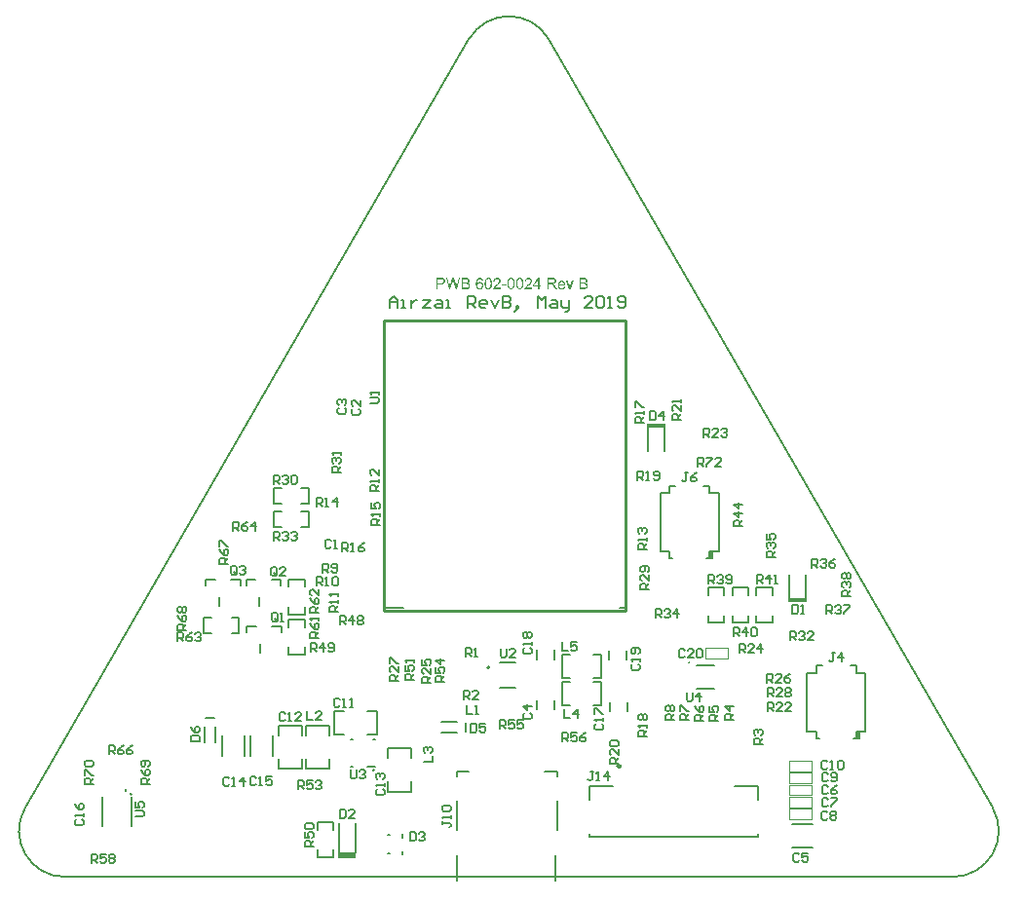
<source format=gto>
G04*
G04 #@! TF.GenerationSoftware,Altium Limited,Altium Designer,19.0.12 (326)*
G04*
G04 Layer_Color=65535*
%FSLAX44Y44*%
%MOMM*%
G71*
G01*
G75*
%ADD10C,0.2000*%
%ADD11C,0.2540*%
%ADD12C,0.0000*%
%ADD13C,0.2500*%
%ADD14C,0.1981*%
%ADD15C,0.1778*%
%ADD16C,0.1270*%
%ADD17C,0.1000*%
%ADD18C,0.1700*%
%ADD19C,0.1524*%
%ADD20R,0.4000X0.6980*%
%ADD21R,0.2000X0.8250*%
%ADD22R,1.5240X0.5080*%
G36*
X633858Y199376D02*
X649858D01*
Y202376D01*
X633858D01*
Y199376D01*
D02*
G37*
G36*
X527430Y354598D02*
X511430D01*
Y351598D01*
X527430D01*
Y354598D01*
D02*
G37*
G36*
X366174Y481207D02*
X366272D01*
X366385Y481193D01*
X366653Y481137D01*
X366949Y481066D01*
X367259Y480954D01*
X367569Y480784D01*
X367724Y480686D01*
X367865Y480573D01*
X367879Y480559D01*
X367893Y480545D01*
X367936Y480503D01*
X367978Y480460D01*
X368048Y480390D01*
X368105Y480305D01*
X368260Y480108D01*
X368415Y479854D01*
X368556Y479544D01*
X368683Y479191D01*
X368767Y478797D01*
X367569Y478698D01*
Y478712D01*
X367555Y478726D01*
X367541Y478811D01*
X367499Y478938D01*
X367442Y479093D01*
X367386Y479262D01*
X367301Y479431D01*
X367203Y479586D01*
X367104Y479713D01*
X367076Y479741D01*
X367019Y479798D01*
X366921Y479882D01*
X366780Y479981D01*
X366596Y480065D01*
X366399Y480150D01*
X366159Y480206D01*
X365906Y480235D01*
X365807D01*
X365694Y480220D01*
X365567Y480192D01*
X365398Y480150D01*
X365229Y480094D01*
X365060Y480023D01*
X364891Y479910D01*
X364863Y479896D01*
X364792Y479840D01*
X364693Y479741D01*
X364566Y479600D01*
X364426Y479431D01*
X364270Y479234D01*
X364129Y478980D01*
X363988Y478698D01*
Y478684D01*
X363974Y478656D01*
X363960Y478614D01*
X363932Y478557D01*
X363918Y478473D01*
X363890Y478374D01*
X363862Y478261D01*
X363833Y478120D01*
X363791Y477965D01*
X363763Y477796D01*
X363735Y477613D01*
X363721Y477415D01*
X363692Y477190D01*
X363678Y476964D01*
X363664Y476710D01*
Y476457D01*
X363678Y476471D01*
X363735Y476555D01*
X363833Y476668D01*
X363960Y476809D01*
X364101Y476978D01*
X364285Y477133D01*
X364482Y477288D01*
X364707Y477429D01*
X364721D01*
X364736Y477443D01*
X364820Y477486D01*
X364947Y477528D01*
X365116Y477598D01*
X365314Y477655D01*
X365539Y477697D01*
X365779Y477739D01*
X366032Y477754D01*
X366145D01*
X366230Y477739D01*
X366343Y477725D01*
X366455Y477711D01*
X366596Y477683D01*
X366737Y477641D01*
X367062Y477542D01*
X367231Y477472D01*
X367400Y477373D01*
X367569Y477274D01*
X367752Y477161D01*
X367921Y477020D01*
X368077Y476865D01*
X368091Y476851D01*
X368119Y476823D01*
X368161Y476781D01*
X368204Y476710D01*
X368274Y476612D01*
X368344Y476513D01*
X368415Y476386D01*
X368499Y476245D01*
X368584Y476090D01*
X368655Y475921D01*
X368725Y475724D01*
X368796Y475526D01*
X368838Y475315D01*
X368880Y475075D01*
X368908Y474836D01*
X368922Y474582D01*
Y474568D01*
Y474539D01*
Y474497D01*
Y474427D01*
X368908Y474342D01*
Y474258D01*
X368866Y474032D01*
X368824Y473764D01*
X368753Y473482D01*
X368655Y473172D01*
X368514Y472876D01*
Y472862D01*
X368499Y472848D01*
X368471Y472805D01*
X368443Y472749D01*
X368358Y472608D01*
X368232Y472425D01*
X368077Y472228D01*
X367893Y472030D01*
X367668Y471833D01*
X367428Y471664D01*
X367414D01*
X367400Y471650D01*
X367358Y471621D01*
X367301Y471607D01*
X367160Y471537D01*
X366977Y471466D01*
X366737Y471382D01*
X366469Y471325D01*
X366174Y471269D01*
X365849Y471255D01*
X365779D01*
X365708Y471269D01*
X365596D01*
X365469Y471283D01*
X365328Y471311D01*
X365159Y471353D01*
X364989Y471396D01*
X364792Y471452D01*
X364595Y471523D01*
X364397Y471607D01*
X364186Y471720D01*
X363988Y471847D01*
X363791Y471988D01*
X363594Y472157D01*
X363410Y472354D01*
X363396Y472369D01*
X363368Y472411D01*
X363326Y472467D01*
X363270Y472566D01*
X363185Y472693D01*
X363115Y472834D01*
X363030Y473017D01*
X362945Y473214D01*
X362847Y473454D01*
X362762Y473722D01*
X362692Y474018D01*
X362621Y474342D01*
X362551Y474709D01*
X362508Y475103D01*
X362480Y475526D01*
X362466Y475977D01*
Y475991D01*
Y476006D01*
Y476048D01*
Y476104D01*
X362480Y476245D01*
Y476442D01*
X362494Y476668D01*
X362522Y476936D01*
X362551Y477232D01*
X362593Y477556D01*
X362649Y477880D01*
X362720Y478233D01*
X362804Y478571D01*
X362903Y478909D01*
X363030Y479234D01*
X363171Y479544D01*
X363326Y479840D01*
X363509Y480094D01*
X363523Y480108D01*
X363551Y480136D01*
X363608Y480192D01*
X363678Y480277D01*
X363763Y480362D01*
X363876Y480446D01*
X364017Y480559D01*
X364158Y480658D01*
X364327Y480756D01*
X364510Y480869D01*
X364721Y480954D01*
X364933Y481052D01*
X365173Y481123D01*
X365426Y481179D01*
X365694Y481207D01*
X365976Y481221D01*
X366089D01*
X366174Y481207D01*
D02*
G37*
G36*
X388842Y474356D02*
X385134D01*
Y475554D01*
X388842D01*
Y474356D01*
D02*
G37*
G36*
X444764Y471424D02*
X443622D01*
X440958Y478501D01*
X442227D01*
X443749Y474258D01*
Y474243D01*
X443763Y474229D01*
X443778Y474187D01*
X443792Y474145D01*
X443834Y474004D01*
X443890Y473820D01*
X443961Y473609D01*
X444045Y473369D01*
X444116Y473102D01*
X444200Y472834D01*
X444215Y472862D01*
X444229Y472932D01*
X444271Y473045D01*
X444313Y473214D01*
X444384Y473398D01*
X444454Y473637D01*
X444553Y473891D01*
X444651Y474173D01*
X446216Y478501D01*
X447457D01*
X444764Y471424D01*
D02*
G37*
G36*
X346240D02*
X344972D01*
X342928Y478853D01*
Y478867D01*
X342914Y478895D01*
X342899Y478938D01*
X342885Y479008D01*
X342843Y479163D01*
X342801Y479347D01*
X342744Y479544D01*
X342688Y479727D01*
X342646Y479882D01*
X342631Y479953D01*
X342617Y479995D01*
Y479981D01*
X342603Y479967D01*
X342589Y479882D01*
X342561Y479755D01*
X342519Y479600D01*
X342477Y479431D01*
X342420Y479234D01*
X342378Y479036D01*
X342321Y478853D01*
X340263Y471424D01*
X338910D01*
X336358Y481179D01*
X337698D01*
X339150Y474779D01*
Y474765D01*
X339164Y474737D01*
X339178Y474680D01*
X339192Y474610D01*
X339206Y474511D01*
X339234Y474413D01*
X339262Y474286D01*
X339291Y474145D01*
X339361Y473849D01*
X339431Y473510D01*
X339502Y473144D01*
X339572Y472777D01*
Y472791D01*
X339587Y472848D01*
X339615Y472918D01*
X339629Y473031D01*
X339657Y473144D01*
X339699Y473285D01*
X339770Y473595D01*
X339854Y473905D01*
X339883Y474060D01*
X339925Y474201D01*
X339953Y474328D01*
X339981Y474441D01*
X340009Y474525D01*
X340024Y474582D01*
X341870Y481179D01*
X343435D01*
X344817Y476231D01*
Y476217D01*
X344845Y476147D01*
X344873Y476048D01*
X344901Y475921D01*
X344943Y475752D01*
X345000Y475569D01*
X345056Y475357D01*
X345113Y475117D01*
X345183Y474850D01*
X345239Y474582D01*
X345366Y474004D01*
X345493Y473398D01*
X345592Y472777D01*
Y472791D01*
X345606Y472820D01*
Y472876D01*
X345634Y472947D01*
X345648Y473031D01*
X345676Y473130D01*
X345691Y473257D01*
X345733Y473398D01*
X345803Y473708D01*
X345888Y474074D01*
X345973Y474469D01*
X346085Y474906D01*
X347608Y481179D01*
X348919D01*
X346240Y471424D01*
D02*
G37*
G36*
X456352Y481165D02*
X456465D01*
X456718Y481137D01*
X457001Y481109D01*
X457296Y481052D01*
X457593Y480982D01*
X457860Y480883D01*
X457874D01*
X457889Y480869D01*
X457973Y480827D01*
X458100Y480756D01*
X458241Y480658D01*
X458410Y480531D01*
X458593Y480376D01*
X458763Y480178D01*
X458918Y479967D01*
X458932Y479939D01*
X458974Y479854D01*
X459044Y479741D01*
X459115Y479572D01*
X459185Y479375D01*
X459256Y479163D01*
X459298Y478924D01*
X459312Y478684D01*
Y478656D01*
Y478585D01*
X459298Y478458D01*
X459270Y478303D01*
X459228Y478120D01*
X459157Y477923D01*
X459073Y477725D01*
X458960Y477514D01*
X458946Y477486D01*
X458904Y477429D01*
X458819Y477317D01*
X458706Y477204D01*
X458565Y477063D01*
X458396Y476908D01*
X458185Y476767D01*
X457945Y476626D01*
X457959D01*
X457987Y476612D01*
X458030Y476598D01*
X458086Y476569D01*
X458255Y476513D01*
X458452Y476414D01*
X458664Y476287D01*
X458904Y476132D01*
X459115Y475949D01*
X459312Y475724D01*
X459327Y475695D01*
X459383Y475611D01*
X459468Y475484D01*
X459552Y475315D01*
X459637Y475089D01*
X459721Y474850D01*
X459778Y474568D01*
X459792Y474258D01*
Y474243D01*
Y474229D01*
Y474145D01*
X459778Y474004D01*
X459749Y473835D01*
X459721Y473637D01*
X459665Y473426D01*
X459594Y473200D01*
X459496Y472975D01*
X459482Y472947D01*
X459439Y472876D01*
X459383Y472777D01*
X459298Y472636D01*
X459185Y472495D01*
X459073Y472340D01*
X458932Y472185D01*
X458777Y472058D01*
X458763Y472044D01*
X458706Y472002D01*
X458607Y471946D01*
X458481Y471889D01*
X458326Y471805D01*
X458142Y471720D01*
X457945Y471650D01*
X457705Y471579D01*
X457677D01*
X457593Y471551D01*
X457452Y471537D01*
X457268Y471509D01*
X457043Y471480D01*
X456775Y471452D01*
X456479Y471438D01*
X456141Y471424D01*
X452419D01*
Y481179D01*
X456253D01*
X456352Y481165D01*
D02*
G37*
G36*
X429088D02*
X429215D01*
X429511Y481151D01*
X429822Y481109D01*
X430160Y481066D01*
X430470Y480996D01*
X430625Y480954D01*
X430752Y480911D01*
X430766D01*
X430780Y480897D01*
X430865Y480855D01*
X430992Y480798D01*
X431147Y480700D01*
X431316Y480573D01*
X431499Y480404D01*
X431668Y480206D01*
X431837Y479981D01*
Y479967D01*
X431851Y479953D01*
X431908Y479868D01*
X431964Y479727D01*
X432049Y479544D01*
X432119Y479332D01*
X432190Y479079D01*
X432232Y478811D01*
X432246Y478515D01*
Y478501D01*
Y478473D01*
Y478416D01*
X432232Y478346D01*
Y478247D01*
X432218Y478148D01*
X432162Y477909D01*
X432077Y477627D01*
X431964Y477331D01*
X431795Y477035D01*
X431682Y476894D01*
X431570Y476753D01*
X431555Y476739D01*
X431541Y476725D01*
X431499Y476682D01*
X431443Y476640D01*
X431372Y476584D01*
X431288Y476527D01*
X431175Y476457D01*
X431062Y476372D01*
X430921Y476302D01*
X430766Y476231D01*
X430597Y476147D01*
X430414Y476076D01*
X430202Y476020D01*
X429991Y475949D01*
X429751Y475907D01*
X429497Y475865D01*
X429525Y475850D01*
X429582Y475822D01*
X429666Y475766D01*
X429779Y475709D01*
X430033Y475554D01*
X430160Y475456D01*
X430273Y475371D01*
X430301Y475343D01*
X430371Y475272D01*
X430484Y475160D01*
X430625Y475019D01*
X430780Y474821D01*
X430963Y474610D01*
X431147Y474356D01*
X431344Y474074D01*
X433022Y471424D01*
X431414D01*
X430132Y473454D01*
Y473468D01*
X430103Y473496D01*
X430075Y473539D01*
X430033Y473595D01*
X429934Y473750D01*
X429807Y473947D01*
X429652Y474159D01*
X429497Y474384D01*
X429342Y474596D01*
X429201Y474793D01*
X429187Y474807D01*
X429145Y474864D01*
X429074Y474948D01*
X428976Y475047D01*
X428764Y475258D01*
X428651Y475357D01*
X428539Y475442D01*
X428525Y475456D01*
X428496Y475470D01*
X428440Y475498D01*
X428355Y475540D01*
X428271Y475583D01*
X428172Y475625D01*
X427947Y475695D01*
X427933D01*
X427904Y475709D01*
X427848D01*
X427777Y475724D01*
X427679Y475738D01*
X427566D01*
X427411Y475752D01*
X425747D01*
Y471424D01*
X424450D01*
Y481179D01*
X428976D01*
X429088Y481165D01*
D02*
G37*
G36*
X417599Y474864D02*
X418924D01*
Y473764D01*
X417599D01*
Y471424D01*
X416401D01*
Y473764D01*
X412158D01*
Y474864D01*
X416627Y481179D01*
X417599D01*
Y474864D01*
D02*
G37*
G36*
X408450Y481207D02*
X408563Y481193D01*
X408704Y481179D01*
X408859Y481151D01*
X409014Y481123D01*
X409381Y481024D01*
X409747Y480883D01*
X409931Y480798D01*
X410114Y480700D01*
X410283Y480573D01*
X410438Y480432D01*
X410452Y480418D01*
X410480Y480404D01*
X410509Y480347D01*
X410565Y480291D01*
X410635Y480220D01*
X410706Y480122D01*
X410776Y480023D01*
X410861Y479896D01*
X411002Y479628D01*
X411143Y479290D01*
X411199Y479121D01*
X411227Y478924D01*
X411256Y478726D01*
X411270Y478515D01*
Y478487D01*
Y478416D01*
X411256Y478303D01*
X411242Y478148D01*
X411213Y477979D01*
X411157Y477782D01*
X411101Y477570D01*
X411016Y477359D01*
X411002Y477331D01*
X410974Y477260D01*
X410917Y477147D01*
X410833Y476992D01*
X410720Y476823D01*
X410579Y476612D01*
X410410Y476400D01*
X410213Y476161D01*
X410184Y476132D01*
X410114Y476048D01*
X410043Y475977D01*
X409973Y475907D01*
X409888Y475822D01*
X409776Y475709D01*
X409663Y475597D01*
X409522Y475470D01*
X409381Y475329D01*
X409212Y475174D01*
X409028Y475019D01*
X408831Y474836D01*
X408605Y474652D01*
X408380Y474455D01*
X408366Y474441D01*
X408338Y474413D01*
X408281Y474370D01*
X408211Y474314D01*
X408126Y474229D01*
X408027Y474145D01*
X407802Y473961D01*
X407562Y473750D01*
X407337Y473539D01*
X407139Y473355D01*
X407055Y473285D01*
X406984Y473214D01*
X406970Y473200D01*
X406928Y473158D01*
X406872Y473102D01*
X406801Y473017D01*
X406731Y472918D01*
X406646Y472820D01*
X406477Y472580D01*
X411284D01*
Y471424D01*
X404813D01*
Y471438D01*
Y471494D01*
Y471579D01*
X404827Y471692D01*
X404842Y471819D01*
X404870Y471960D01*
X404898Y472101D01*
X404954Y472256D01*
Y472270D01*
X404968Y472284D01*
X404997Y472369D01*
X405053Y472495D01*
X405138Y472664D01*
X405250Y472862D01*
X405391Y473087D01*
X405546Y473313D01*
X405744Y473553D01*
Y473567D01*
X405772Y473581D01*
X405843Y473665D01*
X405969Y473792D01*
X406153Y473976D01*
X406364Y474187D01*
X406632Y474441D01*
X406956Y474723D01*
X407309Y475019D01*
X407323Y475033D01*
X407379Y475075D01*
X407464Y475146D01*
X407562Y475230D01*
X407689Y475343D01*
X407844Y475470D01*
X407999Y475611D01*
X408183Y475766D01*
X408535Y476104D01*
X408887Y476442D01*
X409057Y476612D01*
X409212Y476781D01*
X409353Y476936D01*
X409465Y477091D01*
Y477105D01*
X409494Y477119D01*
X409522Y477161D01*
X409550Y477218D01*
X409649Y477373D01*
X409761Y477556D01*
X409860Y477782D01*
X409959Y478021D01*
X410015Y478289D01*
X410043Y478543D01*
Y478557D01*
Y478571D01*
X410029Y478656D01*
X410015Y478797D01*
X409973Y478952D01*
X409916Y479149D01*
X409818Y479347D01*
X409691Y479544D01*
X409522Y479741D01*
X409494Y479769D01*
X409423Y479826D01*
X409324Y479896D01*
X409169Y479995D01*
X408972Y480080D01*
X408746Y480164D01*
X408479Y480220D01*
X408183Y480235D01*
X408098D01*
X408042Y480220D01*
X407872Y480206D01*
X407675Y480164D01*
X407464Y480108D01*
X407224Y480009D01*
X406998Y479882D01*
X406787Y479713D01*
X406759Y479685D01*
X406702Y479614D01*
X406618Y479502D01*
X406533Y479332D01*
X406435Y479135D01*
X406350Y478881D01*
X406294Y478599D01*
X406265Y478275D01*
X405039Y478402D01*
Y478416D01*
X405053Y478458D01*
Y478529D01*
X405067Y478628D01*
X405095Y478740D01*
X405123Y478867D01*
X405166Y479022D01*
X405208Y479177D01*
X405321Y479516D01*
X405490Y479854D01*
X405589Y480023D01*
X405716Y480192D01*
X405843Y480347D01*
X405983Y480488D01*
X405998Y480503D01*
X406026Y480517D01*
X406068Y480559D01*
X406138Y480601D01*
X406223Y480658D01*
X406322Y480714D01*
X406435Y480784D01*
X406576Y480855D01*
X406731Y480925D01*
X406900Y480996D01*
X407083Y481052D01*
X407280Y481109D01*
X407492Y481151D01*
X407717Y481193D01*
X407957Y481207D01*
X408211Y481221D01*
X408352D01*
X408450Y481207D01*
D02*
G37*
G36*
X381159D02*
X381271Y481193D01*
X381412Y481179D01*
X381567Y481151D01*
X381722Y481123D01*
X382089Y481024D01*
X382455Y480883D01*
X382639Y480798D01*
X382822Y480700D01*
X382991Y480573D01*
X383146Y480432D01*
X383160Y480418D01*
X383189Y480404D01*
X383217Y480347D01*
X383273Y480291D01*
X383344Y480220D01*
X383414Y480122D01*
X383485Y480023D01*
X383569Y479896D01*
X383710Y479628D01*
X383851Y479290D01*
X383908Y479121D01*
X383936Y478924D01*
X383964Y478726D01*
X383978Y478515D01*
Y478487D01*
Y478416D01*
X383964Y478303D01*
X383950Y478148D01*
X383922Y477979D01*
X383865Y477782D01*
X383809Y477570D01*
X383724Y477359D01*
X383710Y477331D01*
X383682Y477260D01*
X383626Y477147D01*
X383541Y476992D01*
X383428Y476823D01*
X383287Y476612D01*
X383118Y476400D01*
X382921Y476161D01*
X382893Y476132D01*
X382822Y476048D01*
X382752Y475977D01*
X382681Y475907D01*
X382597Y475822D01*
X382484Y475709D01*
X382371Y475597D01*
X382230Y475470D01*
X382089Y475329D01*
X381920Y475174D01*
X381737Y475019D01*
X381539Y474836D01*
X381314Y474652D01*
X381088Y474455D01*
X381074Y474441D01*
X381046Y474413D01*
X380989Y474370D01*
X380919Y474314D01*
X380834Y474229D01*
X380736Y474145D01*
X380510Y473961D01*
X380271Y473750D01*
X380045Y473539D01*
X379848Y473355D01*
X379763Y473285D01*
X379692Y473214D01*
X379678Y473200D01*
X379636Y473158D01*
X379580Y473102D01*
X379509Y473017D01*
X379439Y472918D01*
X379354Y472820D01*
X379185Y472580D01*
X383992D01*
Y471424D01*
X377522D01*
Y471438D01*
Y471494D01*
Y471579D01*
X377536Y471692D01*
X377550Y471819D01*
X377578Y471960D01*
X377606Y472101D01*
X377663Y472256D01*
Y472270D01*
X377677Y472284D01*
X377705Y472369D01*
X377761Y472495D01*
X377846Y472664D01*
X377959Y472862D01*
X378100Y473087D01*
X378255Y473313D01*
X378452Y473553D01*
Y473567D01*
X378480Y473581D01*
X378551Y473665D01*
X378678Y473792D01*
X378861Y473976D01*
X379072Y474187D01*
X379340Y474441D01*
X379664Y474723D01*
X380017Y475019D01*
X380031Y475033D01*
X380087Y475075D01*
X380172Y475146D01*
X380271Y475230D01*
X380397Y475343D01*
X380552Y475470D01*
X380708Y475611D01*
X380891Y475766D01*
X381243Y476104D01*
X381596Y476442D01*
X381765Y476612D01*
X381920Y476781D01*
X382061Y476936D01*
X382174Y477091D01*
Y477105D01*
X382202Y477119D01*
X382230Y477161D01*
X382258Y477218D01*
X382357Y477373D01*
X382470Y477556D01*
X382568Y477782D01*
X382667Y478021D01*
X382723Y478289D01*
X382752Y478543D01*
Y478557D01*
Y478571D01*
X382738Y478656D01*
X382723Y478797D01*
X382681Y478952D01*
X382625Y479149D01*
X382526Y479347D01*
X382399Y479544D01*
X382230Y479741D01*
X382202Y479769D01*
X382131Y479826D01*
X382033Y479896D01*
X381878Y479995D01*
X381680Y480080D01*
X381455Y480164D01*
X381187Y480220D01*
X380891Y480235D01*
X380806D01*
X380750Y480220D01*
X380581Y480206D01*
X380383Y480164D01*
X380172Y480108D01*
X379932Y480009D01*
X379707Y479882D01*
X379495Y479713D01*
X379467Y479685D01*
X379411Y479614D01*
X379326Y479502D01*
X379241Y479332D01*
X379143Y479135D01*
X379058Y478881D01*
X379002Y478599D01*
X378974Y478275D01*
X377747Y478402D01*
Y478416D01*
X377761Y478458D01*
Y478529D01*
X377775Y478628D01*
X377803Y478740D01*
X377832Y478867D01*
X377874Y479022D01*
X377916Y479177D01*
X378029Y479516D01*
X378198Y479854D01*
X378297Y480023D01*
X378424Y480192D01*
X378551Y480347D01*
X378692Y480488D01*
X378706Y480503D01*
X378734Y480517D01*
X378776Y480559D01*
X378847Y480601D01*
X378931Y480658D01*
X379030Y480714D01*
X379143Y480784D01*
X379284Y480855D01*
X379439Y480925D01*
X379608Y480996D01*
X379791Y481052D01*
X379989Y481109D01*
X380200Y481151D01*
X380426Y481193D01*
X380665Y481207D01*
X380919Y481221D01*
X381060D01*
X381159Y481207D01*
D02*
G37*
G36*
X354008Y481165D02*
X354121D01*
X354374Y481137D01*
X354656Y481109D01*
X354952Y481052D01*
X355248Y480982D01*
X355516Y480883D01*
X355530D01*
X355544Y480869D01*
X355629Y480827D01*
X355756Y480756D01*
X355897Y480658D01*
X356066Y480531D01*
X356249Y480376D01*
X356418Y480178D01*
X356573Y479967D01*
X356588Y479939D01*
X356630Y479854D01*
X356700Y479741D01*
X356771Y479572D01*
X356841Y479375D01*
X356912Y479163D01*
X356954Y478924D01*
X356968Y478684D01*
Y478656D01*
Y478585D01*
X356954Y478458D01*
X356926Y478303D01*
X356884Y478120D01*
X356813Y477923D01*
X356729Y477725D01*
X356616Y477514D01*
X356602Y477486D01*
X356559Y477429D01*
X356475Y477317D01*
X356362Y477204D01*
X356221Y477063D01*
X356052Y476908D01*
X355840Y476767D01*
X355601Y476626D01*
X355615D01*
X355643Y476612D01*
X355685Y476598D01*
X355742Y476569D01*
X355911Y476513D01*
X356108Y476414D01*
X356320Y476287D01*
X356559Y476132D01*
X356771Y475949D01*
X356968Y475724D01*
X356982Y475695D01*
X357039Y475611D01*
X357123Y475484D01*
X357208Y475315D01*
X357292Y475089D01*
X357377Y474850D01*
X357433Y474568D01*
X357448Y474258D01*
Y474243D01*
Y474229D01*
Y474145D01*
X357433Y474004D01*
X357405Y473835D01*
X357377Y473637D01*
X357321Y473426D01*
X357250Y473200D01*
X357151Y472975D01*
X357137Y472947D01*
X357095Y472876D01*
X357039Y472777D01*
X356954Y472636D01*
X356841Y472495D01*
X356729Y472340D01*
X356588Y472185D01*
X356432Y472058D01*
X356418Y472044D01*
X356362Y472002D01*
X356263Y471946D01*
X356136Y471889D01*
X355981Y471805D01*
X355798Y471720D01*
X355601Y471650D01*
X355361Y471579D01*
X355333D01*
X355248Y471551D01*
X355107Y471537D01*
X354924Y471509D01*
X354699Y471480D01*
X354431Y471452D01*
X354135Y471438D01*
X353796Y471424D01*
X350075D01*
Y481179D01*
X353909D01*
X354008Y481165D01*
D02*
G37*
G36*
X332383D02*
X332623Y481151D01*
X332876Y481137D01*
X333116Y481109D01*
X333327Y481080D01*
X333356D01*
X333454Y481052D01*
X333581Y481024D01*
X333750Y480982D01*
X333934Y480911D01*
X334131Y480827D01*
X334342Y480728D01*
X334526Y480615D01*
X334554Y480601D01*
X334610Y480559D01*
X334695Y480474D01*
X334808Y480376D01*
X334935Y480249D01*
X335061Y480080D01*
X335202Y479896D01*
X335315Y479685D01*
X335329Y479657D01*
X335358Y479586D01*
X335414Y479459D01*
X335470Y479290D01*
X335513Y479093D01*
X335569Y478867D01*
X335597Y478614D01*
X335611Y478346D01*
Y478331D01*
Y478289D01*
Y478233D01*
X335597Y478134D01*
X335583Y478036D01*
X335569Y477909D01*
X335541Y477768D01*
X335513Y477613D01*
X335414Y477288D01*
X335358Y477119D01*
X335273Y476936D01*
X335174Y476753D01*
X335075Y476584D01*
X334949Y476414D01*
X334808Y476245D01*
X334794Y476231D01*
X334765Y476203D01*
X334723Y476161D01*
X334653Y476118D01*
X334568Y476048D01*
X334455Y475977D01*
X334314Y475893D01*
X334159Y475822D01*
X333976Y475738D01*
X333764Y475653D01*
X333539Y475583D01*
X333271Y475526D01*
X332989Y475470D01*
X332679Y475428D01*
X332327Y475399D01*
X331960Y475385D01*
X329465D01*
Y471424D01*
X328168D01*
Y481179D01*
X332172D01*
X332383Y481165D01*
D02*
G37*
G36*
X437251Y478642D02*
X437363Y478628D01*
X437504Y478599D01*
X437659Y478571D01*
X437843Y478529D01*
X438012Y478487D01*
X438209Y478416D01*
X438392Y478346D01*
X438590Y478247D01*
X438787Y478134D01*
X438984Y478007D01*
X439168Y477852D01*
X439337Y477683D01*
X439351Y477669D01*
X439379Y477641D01*
X439422Y477584D01*
X439478Y477500D01*
X439548Y477401D01*
X439619Y477288D01*
X439703Y477147D01*
X439788Y476978D01*
X439873Y476795D01*
X439957Y476598D01*
X440028Y476372D01*
X440098Y476132D01*
X440155Y475865D01*
X440197Y475583D01*
X440225Y475287D01*
X440239Y474962D01*
Y474948D01*
Y474892D01*
Y474793D01*
X440225Y474652D01*
X434939D01*
Y474638D01*
Y474596D01*
X434953Y474539D01*
Y474455D01*
X434967Y474356D01*
X434995Y474243D01*
X435037Y473990D01*
X435122Y473708D01*
X435235Y473398D01*
X435390Y473116D01*
X435587Y472862D01*
X435601D01*
X435615Y472834D01*
X435700Y472763D01*
X435827Y472664D01*
X435996Y472566D01*
X436222Y472453D01*
X436475Y472354D01*
X436757Y472284D01*
X436912Y472270D01*
X437081Y472256D01*
X437194D01*
X437321Y472270D01*
X437476Y472298D01*
X437645Y472340D01*
X437843Y472397D01*
X438026Y472481D01*
X438209Y472594D01*
X438223Y472608D01*
X438294Y472664D01*
X438378Y472749D01*
X438477Y472862D01*
X438590Y473017D01*
X438717Y473214D01*
X438843Y473440D01*
X438956Y473708D01*
X440197Y473553D01*
Y473539D01*
X440183Y473510D01*
X440169Y473454D01*
X440140Y473369D01*
X440098Y473285D01*
X440056Y473172D01*
X439943Y472932D01*
X439802Y472664D01*
X439605Y472383D01*
X439379Y472115D01*
X439097Y471861D01*
X439083D01*
X439055Y471833D01*
X439013Y471805D01*
X438956Y471762D01*
X438872Y471720D01*
X438787Y471678D01*
X438674Y471621D01*
X438548Y471565D01*
X438406Y471509D01*
X438266Y471452D01*
X437913Y471368D01*
X437518Y471297D01*
X437081Y471269D01*
X436926D01*
X436828Y471283D01*
X436701Y471297D01*
X436546Y471325D01*
X436377Y471353D01*
X436193Y471382D01*
X435799Y471494D01*
X435587Y471579D01*
X435390Y471664D01*
X435178Y471776D01*
X434981Y471903D01*
X434798Y472044D01*
X434614Y472213D01*
X434600Y472228D01*
X434572Y472256D01*
X434530Y472312D01*
X434473Y472397D01*
X434403Y472495D01*
X434333Y472608D01*
X434248Y472749D01*
X434163Y472904D01*
X434079Y473087D01*
X433994Y473285D01*
X433924Y473510D01*
X433853Y473750D01*
X433797Y474004D01*
X433755Y474286D01*
X433726Y474582D01*
X433712Y474892D01*
Y474906D01*
Y474976D01*
Y475061D01*
X433726Y475188D01*
X433740Y475343D01*
X433755Y475512D01*
X433783Y475709D01*
X433825Y475907D01*
X433938Y476358D01*
X434008Y476584D01*
X434093Y476823D01*
X434206Y477049D01*
X434333Y477260D01*
X434473Y477472D01*
X434628Y477669D01*
X434643Y477683D01*
X434671Y477711D01*
X434727Y477754D01*
X434798Y477824D01*
X434882Y477895D01*
X434995Y477979D01*
X435122Y478078D01*
X435277Y478162D01*
X435432Y478261D01*
X435615Y478346D01*
X435813Y478430D01*
X436024Y478501D01*
X436250Y478571D01*
X436489Y478614D01*
X436743Y478642D01*
X437011Y478656D01*
X437152D01*
X437251Y478642D01*
D02*
G37*
G36*
X400866Y481207D02*
X401049Y481179D01*
X401261Y481137D01*
X401487Y481080D01*
X401726Y481010D01*
X401952Y480897D01*
X401966D01*
X401980Y480883D01*
X402050Y480841D01*
X402163Y480770D01*
X402304Y480672D01*
X402459Y480531D01*
X402628Y480376D01*
X402783Y480192D01*
X402938Y479981D01*
X402953Y479953D01*
X403009Y479882D01*
X403065Y479755D01*
X403164Y479572D01*
X403249Y479361D01*
X403361Y479121D01*
X403460Y478839D01*
X403545Y478529D01*
Y478515D01*
X403559Y478487D01*
X403573Y478444D01*
X403587Y478374D01*
X403601Y478289D01*
X403615Y478191D01*
X403643Y478064D01*
X403657Y477923D01*
X403686Y477768D01*
X403700Y477598D01*
X403714Y477401D01*
X403742Y477204D01*
X403756Y476978D01*
Y476753D01*
X403770Y476499D01*
Y476231D01*
Y476217D01*
Y476161D01*
Y476062D01*
Y475949D01*
X403756Y475794D01*
Y475625D01*
X403742Y475442D01*
X403728Y475244D01*
X403686Y474793D01*
X403615Y474328D01*
X403531Y473877D01*
X403474Y473665D01*
X403404Y473454D01*
Y473440D01*
X403390Y473412D01*
X403361Y473355D01*
X403333Y473285D01*
X403305Y473186D01*
X403249Y473087D01*
X403136Y472848D01*
X402995Y472594D01*
X402812Y472312D01*
X402600Y472058D01*
X402346Y471819D01*
X402332D01*
X402318Y471791D01*
X402276Y471762D01*
X402220Y471734D01*
X402149Y471692D01*
X402079Y471636D01*
X401867Y471537D01*
X401613Y471438D01*
X401317Y471339D01*
X400965Y471283D01*
X400584Y471255D01*
X400443D01*
X400345Y471269D01*
X400232Y471283D01*
X400091Y471311D01*
X399936Y471339D01*
X399767Y471382D01*
X399598Y471438D01*
X399414Y471494D01*
X399231Y471579D01*
X399048Y471678D01*
X398865Y471791D01*
X398681Y471931D01*
X398512Y472087D01*
X398357Y472256D01*
X398343Y472270D01*
X398315Y472312D01*
X398272Y472383D01*
X398202Y472495D01*
X398131Y472622D01*
X398061Y472791D01*
X397962Y472989D01*
X397878Y473214D01*
X397793Y473468D01*
X397709Y473764D01*
X397624Y474088D01*
X397553Y474455D01*
X397483Y474850D01*
X397441Y475272D01*
X397412Y475738D01*
X397398Y476231D01*
Y476245D01*
Y476302D01*
Y476400D01*
Y476513D01*
X397412Y476668D01*
Y476837D01*
X397427Y477020D01*
X397441Y477232D01*
X397483Y477669D01*
X397553Y478134D01*
X397638Y478599D01*
X397694Y478811D01*
X397751Y479022D01*
Y479036D01*
X397765Y479065D01*
X397793Y479121D01*
X397821Y479191D01*
X397850Y479290D01*
X397906Y479389D01*
X398019Y479628D01*
X398160Y479882D01*
X398343Y480150D01*
X398554Y480418D01*
X398808Y480643D01*
X398822D01*
X398836Y480672D01*
X398879Y480700D01*
X398935Y480728D01*
X399005Y480784D01*
X399090Y480827D01*
X399301Y480939D01*
X399555Y481038D01*
X399851Y481137D01*
X400204Y481193D01*
X400584Y481221D01*
X400711D01*
X400866Y481207D01*
D02*
G37*
G36*
X393282D02*
X393465Y481179D01*
X393677Y481137D01*
X393902Y481080D01*
X394142Y481010D01*
X394367Y480897D01*
X394382D01*
X394396Y480883D01*
X394466Y480841D01*
X394579Y480770D01*
X394720Y480672D01*
X394875Y480531D01*
X395044Y480376D01*
X395199Y480192D01*
X395354Y479981D01*
X395368Y479953D01*
X395425Y479882D01*
X395481Y479755D01*
X395580Y479572D01*
X395664Y479361D01*
X395777Y479121D01*
X395876Y478839D01*
X395961Y478529D01*
Y478515D01*
X395975Y478487D01*
X395989Y478444D01*
X396003Y478374D01*
X396017Y478289D01*
X396031Y478191D01*
X396059Y478064D01*
X396073Y477923D01*
X396101Y477768D01*
X396115Y477598D01*
X396130Y477401D01*
X396158Y477204D01*
X396172Y476978D01*
Y476753D01*
X396186Y476499D01*
Y476231D01*
Y476217D01*
Y476161D01*
Y476062D01*
Y475949D01*
X396172Y475794D01*
Y475625D01*
X396158Y475442D01*
X396144Y475244D01*
X396101Y474793D01*
X396031Y474328D01*
X395946Y473877D01*
X395890Y473665D01*
X395820Y473454D01*
Y473440D01*
X395805Y473412D01*
X395777Y473355D01*
X395749Y473285D01*
X395721Y473186D01*
X395664Y473087D01*
X395552Y472848D01*
X395411Y472594D01*
X395227Y472312D01*
X395016Y472058D01*
X394762Y471819D01*
X394748D01*
X394734Y471791D01*
X394692Y471762D01*
X394635Y471734D01*
X394565Y471692D01*
X394494Y471636D01*
X394283Y471537D01*
X394029Y471438D01*
X393733Y471339D01*
X393381Y471283D01*
X393000Y471255D01*
X392859D01*
X392761Y471269D01*
X392648Y471283D01*
X392507Y471311D01*
X392352Y471339D01*
X392183Y471382D01*
X392013Y471438D01*
X391830Y471494D01*
X391647Y471579D01*
X391464Y471678D01*
X391280Y471791D01*
X391097Y471931D01*
X390928Y472087D01*
X390773Y472256D01*
X390759Y472270D01*
X390731Y472312D01*
X390688Y472383D01*
X390618Y472495D01*
X390547Y472622D01*
X390477Y472791D01*
X390378Y472989D01*
X390294Y473214D01*
X390209Y473468D01*
X390124Y473764D01*
X390040Y474088D01*
X389969Y474455D01*
X389899Y474850D01*
X389856Y475272D01*
X389828Y475738D01*
X389814Y476231D01*
Y476245D01*
Y476302D01*
Y476400D01*
Y476513D01*
X389828Y476668D01*
Y476837D01*
X389842Y477020D01*
X389856Y477232D01*
X389899Y477669D01*
X389969Y478134D01*
X390054Y478599D01*
X390110Y478811D01*
X390167Y479022D01*
Y479036D01*
X390181Y479065D01*
X390209Y479121D01*
X390237Y479191D01*
X390265Y479290D01*
X390322Y479389D01*
X390434Y479628D01*
X390575Y479882D01*
X390759Y480150D01*
X390970Y480418D01*
X391224Y480643D01*
X391238D01*
X391252Y480672D01*
X391294Y480700D01*
X391351Y480728D01*
X391421Y480784D01*
X391506Y480827D01*
X391717Y480939D01*
X391971Y481038D01*
X392267Y481137D01*
X392620Y481193D01*
X393000Y481221D01*
X393127D01*
X393282Y481207D01*
D02*
G37*
G36*
X373574D02*
X373758Y481179D01*
X373969Y481137D01*
X374195Y481080D01*
X374434Y481010D01*
X374660Y480897D01*
X374674D01*
X374688Y480883D01*
X374759Y480841D01*
X374871Y480770D01*
X375012Y480672D01*
X375167Y480531D01*
X375337Y480376D01*
X375492Y480192D01*
X375647Y479981D01*
X375661Y479953D01*
X375717Y479882D01*
X375774Y479755D01*
X375872Y479572D01*
X375957Y479361D01*
X376070Y479121D01*
X376168Y478839D01*
X376253Y478529D01*
Y478515D01*
X376267Y478487D01*
X376281Y478444D01*
X376295Y478374D01*
X376309Y478289D01*
X376323Y478191D01*
X376352Y478064D01*
X376366Y477923D01*
X376394Y477768D01*
X376408Y477598D01*
X376422Y477401D01*
X376450Y477204D01*
X376464Y476978D01*
Y476753D01*
X376478Y476499D01*
Y476231D01*
Y476217D01*
Y476161D01*
Y476062D01*
Y475949D01*
X376464Y475794D01*
Y475625D01*
X376450Y475442D01*
X376436Y475244D01*
X376394Y474793D01*
X376323Y474328D01*
X376239Y473877D01*
X376182Y473665D01*
X376112Y473454D01*
Y473440D01*
X376098Y473412D01*
X376070Y473355D01*
X376041Y473285D01*
X376013Y473186D01*
X375957Y473087D01*
X375844Y472848D01*
X375703Y472594D01*
X375520Y472312D01*
X375308Y472058D01*
X375055Y471819D01*
X375041D01*
X375026Y471791D01*
X374984Y471762D01*
X374928Y471734D01*
X374857Y471692D01*
X374787Y471636D01*
X374575Y471537D01*
X374322Y471438D01*
X374025Y471339D01*
X373673Y471283D01*
X373293Y471255D01*
X373152D01*
X373053Y471269D01*
X372940Y471283D01*
X372799Y471311D01*
X372644Y471339D01*
X372475Y471382D01*
X372306Y471438D01*
X372122Y471494D01*
X371939Y471579D01*
X371756Y471678D01*
X371573Y471791D01*
X371389Y471931D01*
X371220Y472087D01*
X371065Y472256D01*
X371051Y472270D01*
X371023Y472312D01*
X370981Y472383D01*
X370910Y472495D01*
X370840Y472622D01*
X370769Y472791D01*
X370671Y472989D01*
X370586Y473214D01*
X370501Y473468D01*
X370417Y473764D01*
X370332Y474088D01*
X370262Y474455D01*
X370191Y474850D01*
X370149Y475272D01*
X370121Y475738D01*
X370107Y476231D01*
Y476245D01*
Y476302D01*
Y476400D01*
Y476513D01*
X370121Y476668D01*
Y476837D01*
X370135Y477020D01*
X370149Y477232D01*
X370191Y477669D01*
X370262Y478134D01*
X370346Y478599D01*
X370403Y478811D01*
X370459Y479022D01*
Y479036D01*
X370473Y479065D01*
X370501Y479121D01*
X370530Y479191D01*
X370558Y479290D01*
X370614Y479389D01*
X370727Y479628D01*
X370868Y479882D01*
X371051Y480150D01*
X371263Y480418D01*
X371516Y480643D01*
X371530D01*
X371544Y480672D01*
X371587Y480700D01*
X371643Y480728D01*
X371714Y480784D01*
X371798Y480827D01*
X372010Y480939D01*
X372263Y481038D01*
X372560Y481137D01*
X372912Y481193D01*
X373293Y481221D01*
X373419D01*
X373574Y481207D01*
D02*
G37*
%LPC*%
G36*
X365793Y476696D02*
X365708D01*
X365652Y476682D01*
X365511Y476668D01*
X365314Y476626D01*
X365102Y476555D01*
X364863Y476442D01*
X364637Y476302D01*
X364411Y476104D01*
X364383Y476076D01*
X364327Y476006D01*
X364228Y475879D01*
X364129Y475695D01*
X364031Y475484D01*
X363932Y475216D01*
X363876Y474920D01*
X363848Y474582D01*
Y474553D01*
Y474483D01*
X363862Y474356D01*
X363876Y474201D01*
X363904Y474018D01*
X363960Y473820D01*
X364017Y473609D01*
X364101Y473398D01*
X364115Y473369D01*
X364158Y473299D01*
X364214Y473200D01*
X364299Y473073D01*
X364397Y472947D01*
X364524Y472791D01*
X364665Y472664D01*
X364834Y472538D01*
X364863Y472524D01*
X364919Y472495D01*
X365018Y472439D01*
X365144Y472397D01*
X365285Y472340D01*
X365455Y472284D01*
X365638Y472256D01*
X365835Y472242D01*
X365906D01*
X365962Y472256D01*
X366103Y472270D01*
X366286Y472312D01*
X366484Y472397D01*
X366709Y472495D01*
X366935Y472650D01*
X367048Y472735D01*
X367146Y472848D01*
Y472862D01*
X367174Y472876D01*
X367231Y472961D01*
X367315Y473102D01*
X367428Y473285D01*
X367527Y473525D01*
X367611Y473806D01*
X367668Y474131D01*
X367696Y474511D01*
Y474525D01*
Y474553D01*
Y474610D01*
X367682Y474680D01*
Y474765D01*
X367668Y474864D01*
X367626Y475089D01*
X367569Y475343D01*
X367470Y475611D01*
X367329Y475865D01*
X367146Y476104D01*
X367118Y476132D01*
X367048Y476203D01*
X366935Y476287D01*
X366780Y476400D01*
X366582Y476513D01*
X366357Y476598D01*
X366089Y476668D01*
X365793Y476696D01*
D02*
G37*
G36*
X456028Y480023D02*
X453716D01*
Y477091D01*
X456112D01*
X456296Y477105D01*
X456493Y477119D01*
X456690Y477133D01*
X456888Y477161D01*
X457043Y477190D01*
X457071Y477204D01*
X457127Y477218D01*
X457212Y477260D01*
X457325Y477317D01*
X457438Y477373D01*
X457564Y477458D01*
X457691Y477570D01*
X457790Y477683D01*
X457804Y477697D01*
X457832Y477739D01*
X457874Y477824D01*
X457917Y477923D01*
X457959Y478036D01*
X458001Y478176D01*
X458030Y478346D01*
X458044Y478529D01*
Y478557D01*
Y478614D01*
X458030Y478698D01*
X458016Y478811D01*
X457987Y478952D01*
X457945Y479093D01*
X457889Y479234D01*
X457804Y479375D01*
X457790Y479389D01*
X457762Y479431D01*
X457705Y479502D01*
X457635Y479572D01*
X457536Y479657D01*
X457423Y479741D01*
X457282Y479826D01*
X457127Y479882D01*
X457113D01*
X457043Y479910D01*
X456944Y479925D01*
X456789Y479953D01*
X456578Y479981D01*
X456338Y479995D01*
X456028Y480023D01*
D02*
G37*
G36*
X456282Y475935D02*
X453716D01*
Y472580D01*
X456493D01*
X456789Y472594D01*
X456916Y472608D01*
X457029Y472622D01*
X457043D01*
X457099Y472636D01*
X457184Y472650D01*
X457282Y472679D01*
X457522Y472763D01*
X457762Y472876D01*
X457776Y472890D01*
X457818Y472918D01*
X457874Y472961D01*
X457945Y473017D01*
X458016Y473102D01*
X458114Y473186D01*
X458185Y473299D01*
X458269Y473426D01*
X458283Y473440D01*
X458297Y473482D01*
X458326Y473567D01*
X458368Y473665D01*
X458410Y473778D01*
X458438Y473919D01*
X458452Y474088D01*
X458467Y474258D01*
Y474286D01*
Y474342D01*
X458452Y474455D01*
X458424Y474582D01*
X458396Y474723D01*
X458340Y474878D01*
X458269Y475033D01*
X458171Y475188D01*
X458156Y475202D01*
X458114Y475258D01*
X458058Y475329D01*
X457973Y475414D01*
X457860Y475512D01*
X457719Y475611D01*
X457564Y475695D01*
X457381Y475766D01*
X457353Y475780D01*
X457296Y475794D01*
X457170Y475822D01*
X457015Y475850D01*
X456817Y475879D01*
X456578Y475907D01*
X456282Y475935D01*
D02*
G37*
G36*
X428821Y480094D02*
X425747D01*
Y476865D01*
X428651D01*
X428821Y476880D01*
X429018Y476894D01*
X429244Y476908D01*
X429469Y476936D01*
X429695Y476978D01*
X429892Y477035D01*
X429920Y477049D01*
X429977Y477077D01*
X430061Y477119D01*
X430174Y477176D01*
X430301Y477260D01*
X430428Y477359D01*
X430555Y477486D01*
X430653Y477627D01*
X430667Y477641D01*
X430695Y477697D01*
X430738Y477782D01*
X430794Y477895D01*
X430836Y478021D01*
X430879Y478162D01*
X430907Y478331D01*
X430921Y478501D01*
Y478515D01*
Y478529D01*
X430907Y478614D01*
X430893Y478740D01*
X430865Y478909D01*
X430794Y479079D01*
X430710Y479276D01*
X430583Y479459D01*
X430414Y479643D01*
X430385Y479657D01*
X430315Y479713D01*
X430202Y479784D01*
X430019Y479868D01*
X429807Y479953D01*
X429525Y480023D01*
X429201Y480080D01*
X428821Y480094D01*
D02*
G37*
G36*
X416401Y479234D02*
X413328Y474864D01*
X416401D01*
Y479234D01*
D02*
G37*
G36*
X353684Y480023D02*
X351372D01*
Y477091D01*
X353768D01*
X353951Y477105D01*
X354149Y477119D01*
X354346Y477133D01*
X354543Y477161D01*
X354699Y477190D01*
X354727Y477204D01*
X354783Y477218D01*
X354868Y477260D01*
X354981Y477317D01*
X355093Y477373D01*
X355220Y477458D01*
X355347Y477570D01*
X355446Y477683D01*
X355460Y477697D01*
X355488Y477739D01*
X355530Y477824D01*
X355573Y477923D01*
X355615Y478036D01*
X355657Y478176D01*
X355685Y478346D01*
X355699Y478529D01*
Y478557D01*
Y478614D01*
X355685Y478698D01*
X355671Y478811D01*
X355643Y478952D01*
X355601Y479093D01*
X355544Y479234D01*
X355460Y479375D01*
X355446Y479389D01*
X355418Y479431D01*
X355361Y479502D01*
X355291Y479572D01*
X355192Y479657D01*
X355079Y479741D01*
X354938Y479826D01*
X354783Y479882D01*
X354769D01*
X354699Y479910D01*
X354600Y479925D01*
X354445Y479953D01*
X354233Y479981D01*
X353994Y479995D01*
X353684Y480023D01*
D02*
G37*
G36*
X353937Y475935D02*
X351372D01*
Y472580D01*
X354149D01*
X354445Y472594D01*
X354572Y472608D01*
X354684Y472622D01*
X354699D01*
X354755Y472636D01*
X354840Y472650D01*
X354938Y472679D01*
X355178Y472763D01*
X355418Y472876D01*
X355432Y472890D01*
X355474Y472918D01*
X355530Y472961D01*
X355601Y473017D01*
X355671Y473102D01*
X355770Y473186D01*
X355840Y473299D01*
X355925Y473426D01*
X355939Y473440D01*
X355953Y473482D01*
X355981Y473567D01*
X356024Y473665D01*
X356066Y473778D01*
X356094Y473919D01*
X356108Y474088D01*
X356122Y474258D01*
Y474286D01*
Y474342D01*
X356108Y474455D01*
X356080Y474582D01*
X356052Y474723D01*
X355995Y474878D01*
X355925Y475033D01*
X355826Y475188D01*
X355812Y475202D01*
X355770Y475258D01*
X355714Y475329D01*
X355629Y475414D01*
X355516Y475512D01*
X355375Y475611D01*
X355220Y475695D01*
X355037Y475766D01*
X355009Y475780D01*
X354952Y475794D01*
X354825Y475822D01*
X354670Y475850D01*
X354473Y475879D01*
X354233Y475907D01*
X353937Y475935D01*
D02*
G37*
G36*
X332256Y480023D02*
X329465D01*
Y476541D01*
X332087D01*
X332186Y476555D01*
X332284D01*
X332397Y476569D01*
X332665Y476598D01*
X332961Y476654D01*
X333257Y476739D01*
X333525Y476851D01*
X333652Y476922D01*
X333750Y477006D01*
X333779Y477035D01*
X333835Y477091D01*
X333920Y477204D01*
X334018Y477345D01*
X334117Y477528D01*
X334202Y477754D01*
X334258Y478007D01*
X334286Y478303D01*
Y478317D01*
Y478331D01*
Y478402D01*
X334272Y478529D01*
X334244Y478670D01*
X334216Y478825D01*
X334159Y479008D01*
X334075Y479177D01*
X333976Y479347D01*
X333962Y479361D01*
X333920Y479417D01*
X333849Y479487D01*
X333764Y479586D01*
X333638Y479685D01*
X333497Y479769D01*
X333342Y479854D01*
X333158Y479925D01*
X333144D01*
X333088Y479939D01*
X333003Y479953D01*
X332891Y479981D01*
X332721Y479995D01*
X332510Y480009D01*
X332256Y480023D01*
D02*
G37*
G36*
X437025Y477669D02*
X436940D01*
X436884Y477655D01*
X436729Y477641D01*
X436546Y477598D01*
X436320Y477528D01*
X436081Y477429D01*
X435855Y477288D01*
X435629Y477105D01*
X435601Y477077D01*
X435545Y477006D01*
X435446Y476880D01*
X435348Y476710D01*
X435235Y476513D01*
X435136Y476259D01*
X435051Y475963D01*
X435009Y475639D01*
X438970D01*
Y475653D01*
Y475681D01*
X438956Y475724D01*
Y475780D01*
X438928Y475949D01*
X438886Y476132D01*
X438815Y476358D01*
X438745Y476569D01*
X438632Y476781D01*
X438505Y476964D01*
Y476978D01*
X438477Y476992D01*
X438406Y477077D01*
X438280Y477190D01*
X438111Y477317D01*
X437899Y477443D01*
X437645Y477556D01*
X437349Y477641D01*
X437194Y477655D01*
X437025Y477669D01*
D02*
G37*
G36*
X400570Y480235D02*
X400486D01*
X400429Y480220D01*
X400274Y480192D01*
X400091Y480150D01*
X399879Y480065D01*
X399654Y479939D01*
X399541Y479854D01*
X399428Y479769D01*
X399330Y479657D01*
X399231Y479530D01*
Y479516D01*
X399203Y479487D01*
X399175Y479431D01*
X399132Y479361D01*
X399090Y479248D01*
X399034Y479121D01*
X398991Y478966D01*
X398935Y478783D01*
X398879Y478571D01*
X398822Y478331D01*
X398766Y478064D01*
X398723Y477768D01*
X398681Y477429D01*
X398653Y477063D01*
X398639Y476668D01*
X398625Y476231D01*
Y476203D01*
Y476132D01*
Y476006D01*
X398639Y475836D01*
Y475653D01*
X398653Y475428D01*
X398667Y475188D01*
X398695Y474934D01*
X398766Y474384D01*
X398808Y474117D01*
X398865Y473863D01*
X398921Y473623D01*
X399005Y473398D01*
X399090Y473200D01*
X399189Y473031D01*
Y473017D01*
X399217Y473003D01*
X399287Y472904D01*
X399414Y472777D01*
X399569Y472636D01*
X399781Y472495D01*
X400020Y472369D01*
X400288Y472270D01*
X400429Y472256D01*
X400584Y472242D01*
X400669D01*
X400725Y472256D01*
X400866Y472284D01*
X401064Y472340D01*
X401275Y472439D01*
X401515Y472580D01*
X401628Y472664D01*
X401740Y472777D01*
X401853Y472890D01*
X401966Y473031D01*
Y473045D01*
X401994Y473073D01*
X402022Y473116D01*
X402050Y473186D01*
X402107Y473285D01*
X402149Y473412D01*
X402205Y473553D01*
X402262Y473722D01*
X402304Y473933D01*
X402360Y474159D01*
X402417Y474427D01*
X402459Y474709D01*
X402487Y475047D01*
X402516Y475399D01*
X402544Y475794D01*
Y476231D01*
Y476245D01*
Y476259D01*
Y476330D01*
Y476457D01*
X402530Y476626D01*
Y476809D01*
X402516Y477035D01*
X402501Y477274D01*
X402473Y477542D01*
X402403Y478078D01*
X402360Y478346D01*
X402304Y478599D01*
X402248Y478839D01*
X402163Y479065D01*
X402079Y479262D01*
X401980Y479431D01*
Y479445D01*
X401952Y479459D01*
X401923Y479502D01*
X401881Y479558D01*
X401754Y479685D01*
X401599Y479840D01*
X401388Y479981D01*
X401148Y480108D01*
X401021Y480164D01*
X400880Y480206D01*
X400725Y480220D01*
X400570Y480235D01*
D02*
G37*
G36*
X392986D02*
X392901D01*
X392845Y480220D01*
X392690Y480192D01*
X392507Y480150D01*
X392295Y480065D01*
X392070Y479939D01*
X391957Y479854D01*
X391844Y479769D01*
X391745Y479657D01*
X391647Y479530D01*
Y479516D01*
X391619Y479487D01*
X391590Y479431D01*
X391548Y479361D01*
X391506Y479248D01*
X391449Y479121D01*
X391407Y478966D01*
X391351Y478783D01*
X391294Y478571D01*
X391238Y478331D01*
X391182Y478064D01*
X391139Y477768D01*
X391097Y477429D01*
X391069Y477063D01*
X391055Y476668D01*
X391041Y476231D01*
Y476203D01*
Y476132D01*
Y476006D01*
X391055Y475836D01*
Y475653D01*
X391069Y475428D01*
X391083Y475188D01*
X391111Y474934D01*
X391182Y474384D01*
X391224Y474117D01*
X391280Y473863D01*
X391337Y473623D01*
X391421Y473398D01*
X391506Y473200D01*
X391604Y473031D01*
Y473017D01*
X391633Y473003D01*
X391703Y472904D01*
X391830Y472777D01*
X391985Y472636D01*
X392197Y472495D01*
X392436Y472369D01*
X392704Y472270D01*
X392845Y472256D01*
X393000Y472242D01*
X393085D01*
X393141Y472256D01*
X393282Y472284D01*
X393479Y472340D01*
X393691Y472439D01*
X393931Y472580D01*
X394043Y472664D01*
X394156Y472777D01*
X394269Y472890D01*
X394382Y473031D01*
Y473045D01*
X394410Y473073D01*
X394438Y473116D01*
X394466Y473186D01*
X394523Y473285D01*
X394565Y473412D01*
X394621Y473553D01*
X394678Y473722D01*
X394720Y473933D01*
X394776Y474159D01*
X394833Y474427D01*
X394875Y474709D01*
X394903Y475047D01*
X394931Y475399D01*
X394960Y475794D01*
Y476231D01*
Y476245D01*
Y476259D01*
Y476330D01*
Y476457D01*
X394945Y476626D01*
Y476809D01*
X394931Y477035D01*
X394917Y477274D01*
X394889Y477542D01*
X394819Y478078D01*
X394776Y478346D01*
X394720Y478599D01*
X394664Y478839D01*
X394579Y479065D01*
X394494Y479262D01*
X394396Y479431D01*
Y479445D01*
X394367Y479459D01*
X394339Y479502D01*
X394297Y479558D01*
X394170Y479685D01*
X394015Y479840D01*
X393804Y479981D01*
X393564Y480108D01*
X393437Y480164D01*
X393296Y480206D01*
X393141Y480220D01*
X392986Y480235D01*
D02*
G37*
G36*
X373278D02*
X373194D01*
X373137Y480220D01*
X372982Y480192D01*
X372799Y480150D01*
X372588Y480065D01*
X372362Y479939D01*
X372249Y479854D01*
X372136Y479769D01*
X372038Y479657D01*
X371939Y479530D01*
Y479516D01*
X371911Y479487D01*
X371883Y479431D01*
X371841Y479361D01*
X371798Y479248D01*
X371742Y479121D01*
X371699Y478966D01*
X371643Y478783D01*
X371587Y478571D01*
X371530Y478331D01*
X371474Y478064D01*
X371432Y477768D01*
X371389Y477429D01*
X371361Y477063D01*
X371347Y476668D01*
X371333Y476231D01*
Y476203D01*
Y476132D01*
Y476006D01*
X371347Y475836D01*
Y475653D01*
X371361Y475428D01*
X371375Y475188D01*
X371404Y474934D01*
X371474Y474384D01*
X371516Y474117D01*
X371573Y473863D01*
X371629Y473623D01*
X371714Y473398D01*
X371798Y473200D01*
X371897Y473031D01*
Y473017D01*
X371925Y473003D01*
X371996Y472904D01*
X372122Y472777D01*
X372277Y472636D01*
X372489Y472495D01*
X372729Y472369D01*
X372996Y472270D01*
X373137Y472256D01*
X373293Y472242D01*
X373377D01*
X373433Y472256D01*
X373574Y472284D01*
X373772Y472340D01*
X373983Y472439D01*
X374223Y472580D01*
X374336Y472664D01*
X374449Y472777D01*
X374561Y472890D01*
X374674Y473031D01*
Y473045D01*
X374702Y473073D01*
X374730Y473116D01*
X374759Y473186D01*
X374815Y473285D01*
X374857Y473412D01*
X374914Y473553D01*
X374970Y473722D01*
X375012Y473933D01*
X375069Y474159D01*
X375125Y474427D01*
X375167Y474709D01*
X375196Y475047D01*
X375224Y475399D01*
X375252Y475794D01*
Y476231D01*
Y476245D01*
Y476259D01*
Y476330D01*
Y476457D01*
X375238Y476626D01*
Y476809D01*
X375224Y477035D01*
X375210Y477274D01*
X375182Y477542D01*
X375111Y478078D01*
X375069Y478346D01*
X375012Y478599D01*
X374956Y478839D01*
X374871Y479065D01*
X374787Y479262D01*
X374688Y479431D01*
Y479445D01*
X374660Y479459D01*
X374632Y479502D01*
X374589Y479558D01*
X374463Y479685D01*
X374308Y479840D01*
X374096Y479981D01*
X373856Y480108D01*
X373730Y480164D01*
X373588Y480206D01*
X373433Y480220D01*
X373278Y480235D01*
D02*
G37*
%LPD*%
D10*
X374380Y142390D02*
G03*
X374380Y142390I-1000J0D01*
G01*
X547878Y147272D02*
G03*
X547878Y147272I-500J0D01*
G01*
X688076Y144017D02*
X692785D01*
X658495Y81279D02*
X661057D01*
X690223D02*
X692785D01*
X658495D02*
Y87248D01*
X650240D02*
X658495D01*
X650240D02*
Y138048D01*
X658495D01*
Y144017D01*
X692785Y138048D02*
Y144017D01*
Y138048D02*
X701040D01*
Y87248D02*
Y138048D01*
X692785Y87248D02*
X701040D01*
X692785Y81279D02*
Y87248D01*
X658495Y144017D02*
X663204D01*
X383140Y146890D02*
X396640D01*
X383140Y124890D02*
X396494D01*
X478910Y104458D02*
Y112458D01*
X493910Y104458D02*
Y112458D01*
X415574Y106020D02*
Y114020D01*
X430574Y106020D02*
Y114020D01*
X493148Y149416D02*
Y157416D01*
X478148Y149416D02*
Y157416D01*
X430664Y149670D02*
Y157670D01*
X415664Y149670D02*
Y157670D01*
X607329Y27754D02*
Y39754D01*
X587330D02*
X607329D01*
Y-4246D02*
Y-2246D01*
X461329Y-4246D02*
X607330D01*
X461330Y39754D02*
X481330D01*
X461330Y27754D02*
Y39754D01*
Y-4246D02*
Y-2246D01*
X185562Y178100D02*
X193562D01*
Y173100D02*
Y178100D01*
X163562D02*
X171562D01*
X163562Y173100D02*
Y178100D01*
X185054Y218582D02*
X193054D01*
Y213582D02*
Y218582D01*
X163054D02*
X171054D01*
X163054Y213582D02*
Y218582D01*
X128002Y213582D02*
Y218582D01*
X136002D01*
X158002Y213582D02*
Y218582D01*
X150002D02*
X158002D01*
X126314Y77832D02*
Y91332D01*
X135814Y77832D02*
Y91332D01*
X127254Y98552D02*
X134874D01*
X332848Y95428D02*
X346348D01*
X332848Y85928D02*
X346348D01*
X353568Y86868D02*
Y94488D01*
X345936Y-42468D02*
Y-20968D01*
Y1032D02*
Y26532D01*
Y48032D02*
Y52032D01*
X356436D01*
X431336Y-42468D02*
Y-20968D01*
X433036Y1032D02*
Y26532D01*
X422536Y52032D02*
X433036D01*
Y48032D02*
Y52032D01*
X298900Y-5176D02*
Y-2176D01*
Y-20176D02*
Y-17176D01*
X285900Y-3176D02*
X287900D01*
X285900Y-19176D02*
X287900D01*
X530987Y299974D02*
X535696D01*
X565277Y237236D02*
Y243204D01*
X573532D01*
Y294004D01*
X565277D02*
X573532D01*
X565277D02*
Y299974D01*
X530987Y294004D02*
Y299974D01*
X522732Y294004D02*
X530987D01*
X522732Y243204D02*
Y294004D01*
Y243204D02*
X530987D01*
Y237236D02*
Y243204D01*
X562716Y237236D02*
X565277D01*
X530987D02*
X533549D01*
X560568Y299974D02*
X565277D01*
X282350Y194064D02*
X299850D01*
X282350D02*
Y209064D01*
X487350Y194064D02*
X492350D01*
Y199064D01*
D11*
X58226Y35507D02*
G03*
X58226Y35507I-359J0D01*
G01*
X282350Y192024D02*
X492350D01*
X282350D02*
Y443934D01*
X282760Y444344D01*
X492350D01*
Y192024D02*
Y444344D01*
D12*
X63501Y32473D02*
G03*
X63501Y32473I-1000J0D01*
G01*
D13*
X488080Y56754D02*
G03*
X488080Y56754I-1250J0D01*
G01*
D14*
X274066Y53080D02*
G03*
X274066Y53080I-762J0D01*
G01*
D15*
X186695Y278550D02*
X193294D01*
X186695Y264715D02*
Y278550D01*
Y264715D02*
X193294D01*
X210566D02*
X217166D01*
Y278550D01*
X210566D02*
X217166D01*
X186695Y298772D02*
X193294D01*
X186695Y284937D02*
Y298772D01*
Y284937D02*
X193294D01*
X210566D02*
X217166D01*
Y298772D01*
X210566D02*
X217166D01*
X578172Y181360D02*
Y187960D01*
X564337Y181360D02*
X578172D01*
X564337D02*
Y187960D01*
Y205232D02*
Y211831D01*
X578172D01*
Y205232D02*
Y211831D01*
X620082Y181360D02*
Y187960D01*
X606247Y181360D02*
X620082D01*
X606247D02*
Y187960D01*
Y205232D02*
Y211831D01*
X620082D01*
Y205232D02*
Y211831D01*
X599508Y181360D02*
Y187960D01*
X585673Y181360D02*
X599508D01*
X585673D02*
Y187960D01*
Y205232D02*
Y211831D01*
X599508D01*
Y205232D02*
Y211831D01*
X464820Y109474D02*
X471678D01*
Y121412D01*
Y129794D01*
X464820D02*
X471678D01*
X437642D02*
X444500D01*
X437642Y121412D02*
Y129794D01*
Y109474D02*
Y121412D01*
Y109474D02*
X444500D01*
X464566Y133350D02*
X471424D01*
Y145288D01*
Y153670D01*
X464566D02*
X471424D01*
X437388D02*
X444246D01*
X437388Y145288D02*
Y153670D01*
Y133350D02*
Y145288D01*
Y133350D02*
X444246D01*
X213682Y177800D02*
Y184400D01*
X199847D02*
X213682D01*
X199847Y177800D02*
Y184400D01*
Y153929D02*
Y160528D01*
Y153929D02*
X213682D01*
Y160528D01*
X213682Y212598D02*
Y219197D01*
X199847D02*
X213682D01*
X199847Y212598D02*
Y219197D01*
Y188727D02*
Y195326D01*
Y188727D02*
X213682D01*
Y195326D01*
X150114Y172398D02*
X156713D01*
Y186233D01*
X150114D02*
X156713D01*
X126243D02*
X132842D01*
X126243Y172398D02*
Y186233D01*
Y172398D02*
X132842D01*
X634678Y202138D02*
Y223376D01*
Y202138D02*
X649021D01*
Y223376D01*
X238828Y-22479D02*
Y-15880D01*
X224993Y-22479D02*
X238828D01*
X224993D02*
Y-15880D01*
Y1392D02*
Y7992D01*
X238828D01*
Y1392D02*
Y7992D01*
X512267Y330598D02*
Y351836D01*
X526610D01*
Y330598D02*
Y351836D01*
X235458Y54712D02*
Y63348D01*
X225298Y54712D02*
X235458D01*
X215138D02*
X225298D01*
X215138D02*
Y63348D01*
Y83668D02*
Y92304D01*
X225298D01*
X235458D01*
Y83668D02*
Y92304D01*
X285496Y34646D02*
Y43282D01*
Y34646D02*
X295656D01*
X305816D01*
Y43282D01*
Y63602D02*
Y72238D01*
X295656D02*
X305816D01*
X285496D02*
X295656D01*
X285496Y63602D02*
Y72238D01*
X190754Y54712D02*
Y63348D01*
Y54712D02*
X200914D01*
X211074D01*
Y63348D01*
Y83668D02*
Y92304D01*
X200914D02*
X211074D01*
X190754D02*
X200914D01*
X190754Y83668D02*
Y92304D01*
X268224Y84582D02*
X276860D01*
Y94742D01*
Y104902D01*
X268224D02*
X276860D01*
X239268D02*
X247904D01*
X239268Y94742D02*
Y104902D01*
Y84582D02*
Y94742D01*
Y84582D02*
X247904D01*
X287274Y455422D02*
Y462193D01*
X290660Y465579D01*
X294045Y462193D01*
Y455422D01*
Y460500D01*
X287274D01*
X297431Y455422D02*
X300816D01*
X299123D01*
Y462193D01*
X297431D01*
X305895D02*
Y455422D01*
Y458808D01*
X307587Y460500D01*
X309280Y462193D01*
X310973D01*
X316051D02*
X322822D01*
X316051Y455422D01*
X322822D01*
X327901Y462193D02*
X331287D01*
X332979Y460500D01*
Y455422D01*
X327901D01*
X326208Y457115D01*
X327901Y458808D01*
X332979D01*
X336365Y455422D02*
X339750D01*
X338058D01*
Y462193D01*
X336365D01*
X354986Y455422D02*
Y465579D01*
X360064D01*
X361757Y463886D01*
Y460500D01*
X360064Y458808D01*
X354986D01*
X358371D02*
X361757Y455422D01*
X370221D02*
X366835D01*
X365142Y457115D01*
Y460500D01*
X366835Y462193D01*
X370221D01*
X371913Y460500D01*
Y458808D01*
X365142D01*
X375299Y462193D02*
X378685Y455422D01*
X382070Y462193D01*
X385456Y465579D02*
Y455422D01*
X390534D01*
X392227Y457115D01*
Y458808D01*
X390534Y460500D01*
X385456D01*
X390534D01*
X392227Y462193D01*
Y463886D01*
X390534Y465579D01*
X385456D01*
X397305Y453729D02*
X398998Y455422D01*
Y457115D01*
X397305D01*
Y455422D01*
X398998D01*
X397305Y453729D01*
X395612Y452036D01*
X415926Y455422D02*
Y465579D01*
X419311Y462193D01*
X422697Y465579D01*
Y455422D01*
X427775Y462193D02*
X431161D01*
X432854Y460500D01*
Y455422D01*
X427775D01*
X426083Y457115D01*
X427775Y458808D01*
X432854D01*
X436239Y462193D02*
Y457115D01*
X437932Y455422D01*
X443010D01*
Y453729D01*
X441318Y452036D01*
X439625D01*
X443010Y455422D02*
Y462193D01*
X463324Y455422D02*
X456553D01*
X463324Y462193D01*
Y463886D01*
X461631Y465579D01*
X458246D01*
X456553Y463886D01*
X466710D02*
X468402Y465579D01*
X471788D01*
X473481Y463886D01*
Y457115D01*
X471788Y455422D01*
X468402D01*
X466710Y457115D01*
Y463886D01*
X476866Y455422D02*
X480252D01*
X478559D01*
Y465579D01*
X476866Y463886D01*
X485330Y457115D02*
X487023Y455422D01*
X490409D01*
X492101Y457115D01*
Y463886D01*
X490409Y465579D01*
X487023D01*
X485330Y463886D01*
Y462193D01*
X487023Y460500D01*
X492101D01*
X606718Y215900D02*
Y223517D01*
X610527D01*
X611796Y222248D01*
Y219709D01*
X610527Y218439D01*
X606718D01*
X609257D02*
X611796Y215900D01*
X618144D02*
Y223517D01*
X614336Y219709D01*
X619414D01*
X621953Y215900D02*
X624492D01*
X623223D01*
Y223517D01*
X621953Y222248D01*
X586220Y169418D02*
Y177036D01*
X590029D01*
X591298Y175766D01*
Y173227D01*
X590029Y171957D01*
X586220D01*
X588759D02*
X591298Y169418D01*
X597646D02*
Y177036D01*
X593838Y173227D01*
X598916D01*
X601455Y175766D02*
X602725Y177036D01*
X605264D01*
X606533Y175766D01*
Y170688D01*
X605264Y169418D01*
X602725D01*
X601455Y170688D01*
Y175766D01*
X564642Y215392D02*
Y223009D01*
X568451D01*
X569720Y221740D01*
Y219201D01*
X568451Y217931D01*
X564642D01*
X567181D02*
X569720Y215392D01*
X572259Y221740D02*
X573529Y223009D01*
X576068D01*
X577338Y221740D01*
Y220470D01*
X576068Y219201D01*
X574799D01*
X576068D01*
X577338Y217931D01*
Y216662D01*
X576068Y215392D01*
X573529D01*
X572259Y216662D01*
X579877D02*
X581147Y215392D01*
X583686D01*
X584955Y216662D01*
Y221740D01*
X583686Y223009D01*
X581147D01*
X579877Y221740D01*
Y220470D01*
X581147Y219201D01*
X584955D01*
X186695Y252984D02*
Y260602D01*
X190503D01*
X191773Y259332D01*
Y256793D01*
X190503Y255523D01*
X186695D01*
X189234D02*
X191773Y252984D01*
X194312Y259332D02*
X195582Y260602D01*
X198121D01*
X199390Y259332D01*
Y258062D01*
X198121Y256793D01*
X196851D01*
X198121D01*
X199390Y255523D01*
Y254254D01*
X198121Y252984D01*
X195582D01*
X194312Y254254D01*
X201930Y259332D02*
X203199Y260602D01*
X205738D01*
X207008Y259332D01*
Y258062D01*
X205738Y256793D01*
X204469D01*
X205738D01*
X207008Y255523D01*
Y254254D01*
X205738Y252984D01*
X203199D01*
X201930Y254254D01*
X186695Y302248D02*
Y309865D01*
X190503D01*
X191773Y308596D01*
Y306057D01*
X190503Y304787D01*
X186695D01*
X189234D02*
X191773Y302248D01*
X194312Y308596D02*
X195582Y309865D01*
X198121D01*
X199390Y308596D01*
Y307326D01*
X198121Y306057D01*
X196851D01*
X198121D01*
X199390Y304787D01*
Y303517D01*
X198121Y302248D01*
X195582D01*
X194312Y303517D01*
X201930Y308596D02*
X203199Y309865D01*
X205738D01*
X207008Y308596D01*
Y303517D01*
X205738Y302248D01*
X203199D01*
X201930Y303517D01*
Y308596D01*
X545600Y120854D02*
Y114506D01*
X546870Y113236D01*
X549409D01*
X550678Y114506D01*
Y120854D01*
X557026Y113236D02*
Y120854D01*
X553218Y117045D01*
X558296D01*
X383866Y159002D02*
Y152654D01*
X385136Y151384D01*
X387675D01*
X388944Y152654D01*
Y159002D01*
X396562Y151384D02*
X391483D01*
X396562Y156462D01*
Y157732D01*
X395292Y159002D01*
X392753D01*
X391483Y157732D01*
X615792Y117094D02*
Y124712D01*
X619601D01*
X620870Y123442D01*
Y120903D01*
X619601Y119633D01*
X615792D01*
X618331D02*
X620870Y117094D01*
X628488D02*
X623410D01*
X628488Y122172D01*
Y123442D01*
X627218Y124712D01*
X624679D01*
X623410Y123442D01*
X631027D02*
X632297Y124712D01*
X634836D01*
X636105Y123442D01*
Y122172D01*
X634836Y120903D01*
X636105Y119633D01*
Y118364D01*
X634836Y117094D01*
X632297D01*
X631027Y118364D01*
Y119633D01*
X632297Y120903D01*
X631027Y122172D01*
Y123442D01*
X632297Y120903D02*
X634836D01*
X615450Y129492D02*
Y137109D01*
X619259D01*
X620528Y135840D01*
Y133301D01*
X619259Y132031D01*
X615450D01*
X617989D02*
X620528Y129492D01*
X628146D02*
X623068D01*
X628146Y134570D01*
Y135840D01*
X626876Y137109D01*
X624337D01*
X623068Y135840D01*
X635763Y137109D02*
X633224Y135840D01*
X630685Y133301D01*
Y130762D01*
X631955Y129492D01*
X634494D01*
X635763Y130762D01*
Y132031D01*
X634494Y133301D01*
X630685D01*
X591312Y155194D02*
Y162812D01*
X595121D01*
X596390Y161542D01*
Y159003D01*
X595121Y157733D01*
X591312D01*
X593851D02*
X596390Y155194D01*
X604008D02*
X598929D01*
X604008Y160272D01*
Y161542D01*
X602738Y162812D01*
X600199D01*
X598929Y161542D01*
X610356Y155194D02*
Y162812D01*
X606547Y159003D01*
X611625D01*
X615792Y104346D02*
Y111964D01*
X619601D01*
X620870Y110694D01*
Y108155D01*
X619601Y106885D01*
X615792D01*
X618331D02*
X620870Y104346D01*
X628488D02*
X623410D01*
X628488Y109424D01*
Y110694D01*
X627218Y111964D01*
X624679D01*
X623410Y110694D01*
X636105Y104346D02*
X631027D01*
X636105Y109424D01*
Y110694D01*
X634836Y111964D01*
X632297D01*
X631027Y110694D01*
X486409Y58673D02*
X478792D01*
Y62482D01*
X480061Y63751D01*
X482601D01*
X483870Y62482D01*
Y58673D01*
Y61212D02*
X486409Y63751D01*
Y71369D02*
Y66290D01*
X481331Y71369D01*
X480061D01*
X478792Y70099D01*
Y67560D01*
X480061Y66290D01*
Y73908D02*
X478792Y75177D01*
Y77717D01*
X480061Y78986D01*
X485140D01*
X486409Y77717D01*
Y75177D01*
X485140Y73908D01*
X480061D01*
X511502Y82741D02*
X503884D01*
Y86550D01*
X505154Y87819D01*
X507693D01*
X508962Y86550D01*
Y82741D01*
Y85280D02*
X511502Y87819D01*
Y90358D02*
Y92898D01*
Y91628D01*
X503884D01*
X505154Y90358D01*
Y96706D02*
X503884Y97976D01*
Y100515D01*
X505154Y101785D01*
X506423D01*
X507693Y100515D01*
X508962Y101785D01*
X510232D01*
X511502Y100515D01*
Y97976D01*
X510232Y96706D01*
X508962D01*
X507693Y97976D01*
X506423Y96706D01*
X505154D01*
X507693Y97976D02*
Y100515D01*
X246380Y243332D02*
Y250949D01*
X250189D01*
X251458Y249680D01*
Y247141D01*
X250189Y245871D01*
X246380D01*
X248919D02*
X251458Y243332D01*
X253997D02*
X256537D01*
X255267D01*
Y250949D01*
X253997Y249680D01*
X265424Y250949D02*
X262885Y249680D01*
X260345Y247141D01*
Y244602D01*
X261615Y243332D01*
X264154D01*
X265424Y244602D01*
Y245871D01*
X264154Y247141D01*
X260345D01*
X279498Y266446D02*
X271880D01*
Y270255D01*
X273150Y271524D01*
X275689D01*
X276959Y270255D01*
Y266446D01*
Y268985D02*
X279498Y271524D01*
Y274063D02*
Y276603D01*
Y275333D01*
X271880D01*
X273150Y274063D01*
X271880Y285490D02*
Y280411D01*
X275689D01*
X274420Y282951D01*
Y284220D01*
X275689Y285490D01*
X278228D01*
X279498Y284220D01*
Y281681D01*
X278228Y280411D01*
X224028Y282702D02*
Y290319D01*
X227837D01*
X229106Y289050D01*
Y286511D01*
X227837Y285241D01*
X224028D01*
X226567D02*
X229106Y282702D01*
X231646D02*
X234185D01*
X232915D01*
Y290319D01*
X231646Y289050D01*
X241802Y282702D02*
Y290319D01*
X237994Y286511D01*
X243072D01*
X278142Y295910D02*
X270525D01*
Y299719D01*
X271794Y300988D01*
X274333D01*
X275603Y299719D01*
Y295910D01*
Y298449D02*
X278142Y300988D01*
Y303528D02*
Y306067D01*
Y304797D01*
X270525D01*
X271794Y303528D01*
X278142Y314954D02*
Y309876D01*
X273064Y314954D01*
X271794D01*
X270525Y313684D01*
Y311145D01*
X271794Y309876D01*
X243076Y190754D02*
X235459D01*
Y194563D01*
X236728Y195832D01*
X239267D01*
X240537Y194563D01*
Y190754D01*
Y193293D02*
X243076Y195832D01*
Y198372D02*
Y200911D01*
Y199641D01*
X235459D01*
X236728Y198372D01*
X243076Y204720D02*
Y207259D01*
Y205989D01*
X235459D01*
X236728Y204720D01*
X223888Y213561D02*
Y221178D01*
X227697D01*
X228966Y219909D01*
Y217370D01*
X227697Y216100D01*
X223888D01*
X226427D02*
X228966Y213561D01*
X231506D02*
X234045D01*
X232775D01*
Y221178D01*
X231506Y219909D01*
X237854D02*
X239123Y221178D01*
X241662D01*
X242932Y219909D01*
Y214830D01*
X241662Y213561D01*
X239123D01*
X237854Y214830D01*
Y219909D01*
X229222Y224991D02*
Y232609D01*
X233031D01*
X234300Y231339D01*
Y228800D01*
X233031Y227530D01*
X229222D01*
X231761D02*
X234300Y224991D01*
X236840Y226261D02*
X238109Y224991D01*
X240648D01*
X241918Y226261D01*
Y231339D01*
X240648Y232609D01*
X238109D01*
X236840Y231339D01*
Y230069D01*
X238109Y228800D01*
X241918D01*
X534902Y96670D02*
X527285D01*
Y100479D01*
X528554Y101748D01*
X531093D01*
X532363Y100479D01*
Y96670D01*
Y99209D02*
X534902Y101748D01*
X528554Y104288D02*
X527285Y105557D01*
Y108096D01*
X528554Y109366D01*
X529824D01*
X531093Y108096D01*
X532363Y109366D01*
X533633D01*
X534902Y108096D01*
Y105557D01*
X533633Y104288D01*
X532363D01*
X531093Y105557D01*
X529824Y104288D01*
X528554D01*
X531093Y105557D02*
Y108096D01*
X547204Y96648D02*
X539586D01*
Y100457D01*
X540856Y101727D01*
X543395D01*
X544665Y100457D01*
Y96648D01*
Y99187D02*
X547204Y101727D01*
X539586Y104266D02*
Y109344D01*
X540856D01*
X545934Y104266D01*
X547204D01*
X560324Y96538D02*
X552706D01*
Y100347D01*
X553976Y101616D01*
X556515D01*
X557785Y100347D01*
Y96538D01*
Y99077D02*
X560324Y101616D01*
X552706Y109234D02*
X553976Y106695D01*
X556515Y104156D01*
X559054D01*
X560324Y105425D01*
Y107964D01*
X559054Y109234D01*
X557785D01*
X556515Y107964D01*
Y104156D01*
X572971Y96538D02*
X565353D01*
Y100347D01*
X566623Y101616D01*
X569162D01*
X570432Y100347D01*
Y96538D01*
Y99077D02*
X572971Y101616D01*
X565353Y109234D02*
Y104156D01*
X569162D01*
X567893Y106695D01*
Y107964D01*
X569162Y109234D01*
X571701D01*
X572971Y107964D01*
Y105425D01*
X571701Y104156D01*
X586740Y97028D02*
X579123D01*
Y100837D01*
X580392Y102106D01*
X582931D01*
X584201Y100837D01*
Y97028D01*
Y99567D02*
X586740Y102106D01*
Y108454D02*
X579123D01*
X582931Y104646D01*
Y109724D01*
X611632Y76042D02*
X604015D01*
Y79851D01*
X605284Y81120D01*
X607823D01*
X609093Y79851D01*
Y76042D01*
Y78581D02*
X611632Y81120D01*
X605284Y83659D02*
X604015Y84929D01*
Y87468D01*
X605284Y88738D01*
X606554D01*
X607823Y87468D01*
Y86199D01*
Y87468D01*
X609093Y88738D01*
X610362D01*
X611632Y87468D01*
Y84929D01*
X610362Y83659D01*
X351950Y114808D02*
Y122425D01*
X355758D01*
X357028Y121156D01*
Y118617D01*
X355758Y117347D01*
X351950D01*
X354489D02*
X357028Y114808D01*
X364645D02*
X359567D01*
X364645Y119886D01*
Y121156D01*
X363376Y122425D01*
X360837D01*
X359567Y121156D01*
X353314Y151892D02*
Y159509D01*
X357123D01*
X358392Y158240D01*
Y155701D01*
X357123Y154431D01*
X353314D01*
X355853D02*
X358392Y151892D01*
X360932D02*
X363471D01*
X362201D01*
Y159509D01*
X360932Y158240D01*
X437134Y164590D02*
Y156972D01*
X442212D01*
X449830Y164590D02*
X444752D01*
Y160781D01*
X447291Y162050D01*
X448560D01*
X449830Y160781D01*
Y158242D01*
X448560Y156972D01*
X446021D01*
X444752Y158242D01*
X439166Y106170D02*
Y98552D01*
X444244D01*
X450592D02*
Y106170D01*
X446784Y102361D01*
X451862D01*
X543820Y157430D02*
X542551Y158700D01*
X540012D01*
X538742Y157430D01*
Y152352D01*
X540012Y151082D01*
X542551D01*
X543820Y152352D01*
X551438Y151082D02*
X546359D01*
X551438Y156160D01*
Y157430D01*
X550168Y158700D01*
X547629D01*
X546359Y157430D01*
X553977D02*
X555247Y158700D01*
X557786D01*
X559055Y157430D01*
Y152352D01*
X557786Y151082D01*
X555247D01*
X553977Y152352D01*
Y157430D01*
X498805Y145540D02*
X497535Y144271D01*
Y141732D01*
X498805Y140462D01*
X503883D01*
X505153Y141732D01*
Y144271D01*
X503883Y145540D01*
X505153Y148080D02*
Y150619D01*
Y149349D01*
X497535D01*
X498805Y148080D01*
X503883Y154427D02*
X505153Y155697D01*
Y158236D01*
X503883Y159506D01*
X498805D01*
X497535Y158236D01*
Y155697D01*
X498805Y154427D01*
X500075D01*
X501344Y155697D01*
Y159506D01*
X404624Y159256D02*
X403354Y157987D01*
Y155448D01*
X404624Y154178D01*
X409702D01*
X410972Y155448D01*
Y157987D01*
X409702Y159256D01*
X410972Y161796D02*
Y164335D01*
Y163065D01*
X403354D01*
X404624Y161796D01*
Y168144D02*
X403354Y169413D01*
Y171952D01*
X404624Y173222D01*
X405894D01*
X407163Y171952D01*
X408433Y173222D01*
X409702D01*
X410972Y171952D01*
Y169413D01*
X409702Y168144D01*
X408433D01*
X407163Y169413D01*
X405894Y168144D01*
X404624D01*
X407163Y169413D02*
Y171952D01*
X466854Y93470D02*
X465584Y92201D01*
Y89662D01*
X466854Y88392D01*
X471932D01*
X473202Y89662D01*
Y92201D01*
X471932Y93470D01*
X473202Y96010D02*
Y98549D01*
Y97279D01*
X465584D01*
X466854Y96010D01*
X465584Y102358D02*
Y107436D01*
X466854D01*
X471932Y102358D01*
X473202D01*
X404624Y102614D02*
X403354Y101345D01*
Y98806D01*
X404624Y97536D01*
X409702D01*
X410972Y98806D01*
Y101345D01*
X409702Y102614D01*
X410972Y108962D02*
X403354D01*
X407163Y105154D01*
Y110232D01*
X218948Y156210D02*
Y163827D01*
X222757D01*
X224026Y162558D01*
Y160019D01*
X222757Y158749D01*
X218948D01*
X221487D02*
X224026Y156210D01*
X230374D02*
Y163827D01*
X226565Y160019D01*
X231644D01*
X234183Y157480D02*
X235453Y156210D01*
X237992D01*
X239261Y157480D01*
Y162558D01*
X237992Y163827D01*
X235453D01*
X234183Y162558D01*
Y161288D01*
X235453Y160019D01*
X239261D01*
X244040Y179632D02*
Y187249D01*
X247849D01*
X249118Y185980D01*
Y183441D01*
X247849Y182171D01*
X244040D01*
X246579D02*
X249118Y179632D01*
X255466D02*
Y187249D01*
X251658Y183441D01*
X256736D01*
X259275Y185980D02*
X260545Y187249D01*
X263084D01*
X264354Y185980D01*
Y184710D01*
X263084Y183441D01*
X264354Y182171D01*
Y180901D01*
X263084Y179632D01*
X260545D01*
X259275Y180901D01*
Y182171D01*
X260545Y183441D01*
X259275Y184710D01*
Y185980D01*
X260545Y183441D02*
X263084D01*
X114557Y78486D02*
X122174D01*
Y82295D01*
X120904Y83564D01*
X115826D01*
X114557Y82295D01*
Y78486D01*
Y91182D02*
X115826Y88643D01*
X118365Y86103D01*
X120904D01*
X122174Y87373D01*
Y89912D01*
X120904Y91182D01*
X119635D01*
X118365Y89912D01*
Y86103D01*
X358140Y93977D02*
Y86360D01*
X361949D01*
X363218Y87630D01*
Y92708D01*
X361949Y93977D01*
X358140D01*
X370836D02*
X365757D01*
Y90169D01*
X368297Y91438D01*
X369566D01*
X370836Y90169D01*
Y87630D01*
X369566Y86360D01*
X367027D01*
X365757Y87630D01*
X674202Y155191D02*
X671663D01*
X672932D01*
Y148844D01*
X671663Y147574D01*
X670393D01*
X669124Y148844D01*
X680550Y147574D02*
Y155191D01*
X676741Y151383D01*
X681820D01*
X464818Y51871D02*
X462279D01*
X463549D01*
Y45524D01*
X462279Y44254D01*
X461010D01*
X459740Y45524D01*
X467357Y44254D02*
X469897D01*
X468627D01*
Y51871D01*
X467357Y50602D01*
X477514Y44254D02*
Y51871D01*
X473705Y48063D01*
X478784D01*
X316994Y60960D02*
X324612D01*
Y66038D01*
X318264Y68577D02*
X316994Y69847D01*
Y72386D01*
X318264Y73656D01*
X319534D01*
X320803Y72386D01*
Y71117D01*
Y72386D01*
X322073Y73656D01*
X323342D01*
X324612Y72386D01*
Y69847D01*
X323342Y68577D01*
X354330Y109726D02*
Y102108D01*
X359408D01*
X361948D02*
X364487D01*
X363217D01*
Y109726D01*
X361948Y108456D01*
X15197Y10613D02*
X13928Y9344D01*
Y6805D01*
X15197Y5535D01*
X20276D01*
X21545Y6805D01*
Y9344D01*
X20276Y10613D01*
X21545Y13153D02*
Y15692D01*
Y14422D01*
X13928D01*
X15197Y13153D01*
X13928Y24579D02*
X15197Y22040D01*
X17736Y19500D01*
X20276D01*
X21545Y20770D01*
Y23309D01*
X20276Y24579D01*
X19006D01*
X17736Y23309D01*
Y19500D01*
X643404Y-20068D02*
X642134Y-18799D01*
X639595D01*
X638325Y-20068D01*
Y-25146D01*
X639595Y-26416D01*
X642134D01*
X643404Y-25146D01*
X651021Y-18799D02*
X645943D01*
Y-22607D01*
X648482Y-21338D01*
X649752D01*
X651021Y-22607D01*
Y-25146D01*
X649752Y-26416D01*
X647212D01*
X645943Y-25146D01*
X243224Y368368D02*
X241954Y367099D01*
Y364560D01*
X243224Y363290D01*
X248302D01*
X249572Y364560D01*
Y367099D01*
X248302Y368368D01*
X243224Y370908D02*
X241954Y372177D01*
Y374716D01*
X243224Y375986D01*
X244493D01*
X245763Y374716D01*
Y373447D01*
Y374716D01*
X247033Y375986D01*
X248302D01*
X249572Y374716D01*
Y372177D01*
X248302Y370908D01*
X255574Y367449D02*
X254304Y366179D01*
Y363640D01*
X255574Y362370D01*
X260652D01*
X261922Y363640D01*
Y366179D01*
X260652Y367449D01*
X261922Y375066D02*
Y369988D01*
X256843Y375066D01*
X255574D01*
X254304Y373796D01*
Y371257D01*
X255574Y369988D01*
X236472Y252474D02*
X235203Y253743D01*
X232664D01*
X231394Y252474D01*
Y247396D01*
X232664Y246126D01*
X235203D01*
X236472Y247396D01*
X239011Y246126D02*
X241551D01*
X240281D01*
Y253743D01*
X239011Y252474D01*
X66458Y12921D02*
X72806D01*
X74075Y14190D01*
Y16729D01*
X72806Y17999D01*
X66458D01*
Y25617D02*
Y20538D01*
X70267D01*
X68997Y23077D01*
Y24347D01*
X70267Y25617D01*
X72806D01*
X74075Y24347D01*
Y21808D01*
X72806Y20538D01*
X253492Y53693D02*
Y47346D01*
X254762Y46076D01*
X257301D01*
X258570Y47346D01*
Y53693D01*
X261110Y52424D02*
X262379Y53693D01*
X264918D01*
X266188Y52424D01*
Y51154D01*
X264918Y49885D01*
X263649D01*
X264918D01*
X266188Y48615D01*
Y47346D01*
X264918Y46076D01*
X262379D01*
X261110Y47346D01*
X270513Y372364D02*
X276860D01*
X278130Y373634D01*
Y376173D01*
X276860Y377442D01*
X270513D01*
X278130Y379981D02*
Y382521D01*
Y381251D01*
X270513D01*
X271782Y379981D01*
X555498Y317500D02*
Y325117D01*
X559307D01*
X560576Y323848D01*
Y321309D01*
X559307Y320039D01*
X555498D01*
X558037D02*
X560576Y317500D01*
X563116Y325117D02*
X568194D01*
Y323848D01*
X563116Y318770D01*
Y317500D01*
X575811D02*
X570733D01*
X575811Y322578D01*
Y323848D01*
X574542Y325117D01*
X572003D01*
X570733Y323848D01*
X29927Y41277D02*
X22310D01*
Y45086D01*
X23579Y46355D01*
X26118D01*
X27388Y45086D01*
Y41277D01*
Y43816D02*
X29927Y46355D01*
X22310Y48895D02*
Y53973D01*
X23579D01*
X28658Y48895D01*
X29927D01*
X23579Y56512D02*
X22310Y57782D01*
Y60321D01*
X23579Y61590D01*
X28658D01*
X29927Y60321D01*
Y57782D01*
X28658Y56512D01*
X23579D01*
X79203Y41277D02*
X71586D01*
Y45086D01*
X72855Y46355D01*
X75394D01*
X76664Y45086D01*
Y41277D01*
Y43816D02*
X79203Y46355D01*
X71586Y53973D02*
X72855Y51434D01*
X75394Y48895D01*
X77934D01*
X79203Y50164D01*
Y52703D01*
X77934Y53973D01*
X76664D01*
X75394Y52703D01*
Y48895D01*
X77934Y56512D02*
X79203Y57782D01*
Y60321D01*
X77934Y61590D01*
X72855D01*
X71586Y60321D01*
Y57782D01*
X72855Y56512D01*
X74125D01*
X75394Y57782D01*
Y61590D01*
X110744Y175260D02*
X103126D01*
Y179069D01*
X104396Y180338D01*
X106935D01*
X108205Y179069D01*
Y175260D01*
Y177799D02*
X110744Y180338D01*
X103126Y187956D02*
X104396Y185417D01*
X106935Y182878D01*
X109474D01*
X110744Y184147D01*
Y186686D01*
X109474Y187956D01*
X108205D01*
X106935Y186686D01*
Y182878D01*
X104396Y190495D02*
X103126Y191765D01*
Y194304D01*
X104396Y195573D01*
X105666D01*
X106935Y194304D01*
X108205Y195573D01*
X109474D01*
X110744Y194304D01*
Y191765D01*
X109474Y190495D01*
X108205D01*
X106935Y191765D01*
X105666Y190495D01*
X104396D01*
X106935Y191765D02*
Y194304D01*
X147066Y232508D02*
X139448D01*
Y236317D01*
X140718Y237586D01*
X143257D01*
X144527Y236317D01*
Y232508D01*
Y235047D02*
X147066Y237586D01*
X139448Y245204D02*
X140718Y242665D01*
X143257Y240126D01*
X145796D01*
X147066Y241395D01*
Y243934D01*
X145796Y245204D01*
X144527D01*
X143257Y243934D01*
Y240126D01*
X139448Y247743D02*
Y252822D01*
X140718D01*
X145796Y247743D01*
X147066D01*
X43434Y67310D02*
Y74928D01*
X47243D01*
X48512Y73658D01*
Y71119D01*
X47243Y69849D01*
X43434D01*
X45973D02*
X48512Y67310D01*
X56130Y74928D02*
X53591Y73658D01*
X51052Y71119D01*
Y68580D01*
X52321Y67310D01*
X54860D01*
X56130Y68580D01*
Y69849D01*
X54860Y71119D01*
X51052D01*
X63747Y74928D02*
X61208Y73658D01*
X58669Y71119D01*
Y68580D01*
X59939Y67310D01*
X62478D01*
X63747Y68580D01*
Y69849D01*
X62478Y71119D01*
X58669D01*
X151384Y261366D02*
Y268983D01*
X155193D01*
X156462Y267714D01*
Y265175D01*
X155193Y263905D01*
X151384D01*
X153923D02*
X156462Y261366D01*
X164080Y268983D02*
X161541Y267714D01*
X159002Y265175D01*
Y262636D01*
X160271Y261366D01*
X162810D01*
X164080Y262636D01*
Y263905D01*
X162810Y265175D01*
X159002D01*
X170428Y261366D02*
Y268983D01*
X166619Y265175D01*
X171697D01*
X103124Y165354D02*
Y172971D01*
X106933D01*
X108202Y171702D01*
Y169163D01*
X106933Y167893D01*
X103124D01*
X105663D02*
X108202Y165354D01*
X115820Y172971D02*
X113281Y171702D01*
X110742Y169163D01*
Y166624D01*
X112011Y165354D01*
X114550D01*
X115820Y166624D01*
Y167893D01*
X114550Y169163D01*
X110742D01*
X118359Y171702D02*
X119629Y172971D01*
X122168D01*
X123437Y171702D01*
Y170432D01*
X122168Y169163D01*
X120898D01*
X122168D01*
X123437Y167893D01*
Y166624D01*
X122168Y165354D01*
X119629D01*
X118359Y166624D01*
X226060Y189738D02*
X218442D01*
Y193547D01*
X219712Y194816D01*
X222251D01*
X223521Y193547D01*
Y189738D01*
Y192277D02*
X226060Y194816D01*
X218442Y202434D02*
X219712Y199895D01*
X222251Y197355D01*
X224790D01*
X226060Y198625D01*
Y201164D01*
X224790Y202434D01*
X223521D01*
X222251Y201164D01*
Y197355D01*
X226060Y210051D02*
Y204973D01*
X220982Y210051D01*
X219712D01*
X218442Y208782D01*
Y206243D01*
X219712Y204973D01*
X226060Y168148D02*
X218442D01*
Y171957D01*
X219712Y173226D01*
X222251D01*
X223521Y171957D01*
Y168148D01*
Y170687D02*
X226060Y173226D01*
X218442Y180844D02*
X219712Y178305D01*
X222251Y175765D01*
X224790D01*
X226060Y177035D01*
Y179574D01*
X224790Y180844D01*
X223521D01*
X222251Y179574D01*
Y175765D01*
X226060Y183383D02*
Y185922D01*
Y184653D01*
X218442D01*
X219712Y183383D01*
X28448Y-27432D02*
Y-19814D01*
X32257D01*
X33526Y-21084D01*
Y-23623D01*
X32257Y-24893D01*
X28448D01*
X30987D02*
X33526Y-27432D01*
X41144Y-19814D02*
X36065D01*
Y-23623D01*
X38605Y-22354D01*
X39874D01*
X41144Y-23623D01*
Y-26162D01*
X39874Y-27432D01*
X37335D01*
X36065Y-26162D01*
X43683Y-21084D02*
X44953Y-19814D01*
X47492D01*
X48761Y-21084D01*
Y-22354D01*
X47492Y-23623D01*
X48761Y-24893D01*
Y-26162D01*
X47492Y-27432D01*
X44953D01*
X43683Y-26162D01*
Y-24893D01*
X44953Y-23623D01*
X43683Y-22354D01*
Y-21084D01*
X44953Y-23623D02*
X47492D01*
X437642Y77978D02*
Y85596D01*
X441451D01*
X442720Y84326D01*
Y81787D01*
X441451Y80517D01*
X437642D01*
X440181D02*
X442720Y77978D01*
X450338Y85596D02*
X445260D01*
Y81787D01*
X447799Y83056D01*
X449068D01*
X450338Y81787D01*
Y79248D01*
X449068Y77978D01*
X446529D01*
X445260Y79248D01*
X457955Y85596D02*
X455416Y84326D01*
X452877Y81787D01*
Y79248D01*
X454147Y77978D01*
X456686D01*
X457955Y79248D01*
Y80517D01*
X456686Y81787D01*
X452877D01*
X383201Y89312D02*
Y96930D01*
X387010D01*
X388279Y95660D01*
Y93121D01*
X387010Y91851D01*
X383201D01*
X385740D02*
X388279Y89312D01*
X395897Y96930D02*
X390818D01*
Y93121D01*
X393358Y94390D01*
X394627D01*
X395897Y93121D01*
Y90582D01*
X394627Y89312D01*
X392088D01*
X390818Y90582D01*
X403514Y96930D02*
X398436D01*
Y93121D01*
X400975Y94390D01*
X402245D01*
X403514Y93121D01*
Y90582D01*
X402245Y89312D01*
X399706D01*
X398436Y90582D01*
X335280Y130040D02*
X327663D01*
Y133849D01*
X328932Y135118D01*
X331471D01*
X332741Y133849D01*
Y130040D01*
Y132579D02*
X335280Y135118D01*
X327663Y142736D02*
Y137657D01*
X331471D01*
X330202Y140197D01*
Y141466D01*
X331471Y142736D01*
X334010D01*
X335280Y141466D01*
Y138927D01*
X334010Y137657D01*
X335280Y149084D02*
X327663D01*
X331471Y145275D01*
Y150353D01*
X207772Y36830D02*
Y44447D01*
X211581D01*
X212850Y43178D01*
Y40639D01*
X211581Y39369D01*
X207772D01*
X210311D02*
X212850Y36830D01*
X220468Y44447D02*
X215389D01*
Y40639D01*
X217929Y41908D01*
X219198D01*
X220468Y40639D01*
Y38100D01*
X219198Y36830D01*
X216659D01*
X215389Y38100D01*
X223007Y43178D02*
X224277Y44447D01*
X226816D01*
X228085Y43178D01*
Y41908D01*
X226816Y40639D01*
X225546D01*
X226816D01*
X228085Y39369D01*
Y38100D01*
X226816Y36830D01*
X224277D01*
X223007Y38100D01*
X308356Y131892D02*
X300739D01*
Y135701D01*
X302008Y136970D01*
X304547D01*
X305817Y135701D01*
Y131892D01*
Y134431D02*
X308356Y136970D01*
X300739Y144588D02*
Y139509D01*
X304547D01*
X303278Y142049D01*
Y143318D01*
X304547Y144588D01*
X307086D01*
X308356Y143318D01*
Y140779D01*
X307086Y139509D01*
X308356Y147127D02*
Y149666D01*
Y148397D01*
X300739D01*
X302008Y147127D01*
X221234Y-13086D02*
X213617D01*
Y-9277D01*
X214886Y-8007D01*
X217425D01*
X218695Y-9277D01*
Y-13086D01*
Y-10547D02*
X221234Y-8007D01*
X213617Y-390D02*
Y-5468D01*
X217425D01*
X216156Y-2929D01*
Y-1660D01*
X217425Y-390D01*
X219964D01*
X221234Y-1660D01*
Y-4199D01*
X219964Y-5468D01*
X214886Y2149D02*
X213617Y3419D01*
Y5958D01*
X214886Y7228D01*
X219964D01*
X221234Y5958D01*
Y3419D01*
X219964Y2149D01*
X214886D01*
X594163Y265268D02*
X586546D01*
Y269077D01*
X587816Y270346D01*
X590355D01*
X591624Y269077D01*
Y265268D01*
Y267807D02*
X594163Y270346D01*
Y276694D02*
X586546D01*
X590355Y272885D01*
Y277964D01*
X594163Y284312D02*
X586546D01*
X590355Y280503D01*
Y285581D01*
X688340Y204470D02*
X680723D01*
Y208279D01*
X681992Y209548D01*
X684531D01*
X685801Y208279D01*
Y204470D01*
Y207009D02*
X688340Y209548D01*
X681992Y212087D02*
X680723Y213357D01*
Y215896D01*
X681992Y217166D01*
X683262D01*
X684531Y215896D01*
Y214627D01*
Y215896D01*
X685801Y217166D01*
X687070D01*
X688340Y215896D01*
Y213357D01*
X687070Y212087D01*
X681992Y219705D02*
X680723Y220975D01*
Y223514D01*
X681992Y224783D01*
X683262D01*
X684531Y223514D01*
X685801Y224783D01*
X687070D01*
X688340Y223514D01*
Y220975D01*
X687070Y219705D01*
X685801D01*
X684531Y220975D01*
X683262Y219705D01*
X681992D01*
X684531Y220975D02*
Y223514D01*
X667004Y188976D02*
Y196593D01*
X670813D01*
X672082Y195324D01*
Y192785D01*
X670813Y191515D01*
X667004D01*
X669543D02*
X672082Y188976D01*
X674622Y195324D02*
X675891Y196593D01*
X678430D01*
X679700Y195324D01*
Y194054D01*
X678430Y192785D01*
X677161D01*
X678430D01*
X679700Y191515D01*
Y190246D01*
X678430Y188976D01*
X675891D01*
X674622Y190246D01*
X682239Y196593D02*
X687317D01*
Y195324D01*
X682239Y190246D01*
Y188976D01*
X654304Y229258D02*
Y236875D01*
X658113D01*
X659382Y235606D01*
Y233066D01*
X658113Y231797D01*
X654304D01*
X656843D02*
X659382Y229258D01*
X661921Y235606D02*
X663191Y236875D01*
X665730D01*
X667000Y235606D01*
Y234336D01*
X665730Y233066D01*
X664461D01*
X665730D01*
X667000Y231797D01*
Y230527D01*
X665730Y229258D01*
X663191D01*
X661921Y230527D01*
X674617Y236875D02*
X672078Y235606D01*
X669539Y233066D01*
Y230527D01*
X670809Y229258D01*
X673348D01*
X674617Y230527D01*
Y231797D01*
X673348Y233066D01*
X669539D01*
X622554Y238760D02*
X614936D01*
Y242569D01*
X616206Y243838D01*
X618745D01*
X620015Y242569D01*
Y238760D01*
Y241299D02*
X622554Y243838D01*
X616206Y246378D02*
X614936Y247647D01*
Y250186D01*
X616206Y251456D01*
X617476D01*
X618745Y250186D01*
Y248917D01*
Y250186D01*
X620015Y251456D01*
X621284D01*
X622554Y250186D01*
Y247647D01*
X621284Y246378D01*
X614936Y259073D02*
Y253995D01*
X618745D01*
X617476Y256534D01*
Y257804D01*
X618745Y259073D01*
X621284D01*
X622554Y257804D01*
Y255265D01*
X621284Y253995D01*
X518668Y185621D02*
Y193239D01*
X522477D01*
X523746Y191969D01*
Y189430D01*
X522477Y188160D01*
X518668D01*
X521207D02*
X523746Y185621D01*
X526286Y191969D02*
X527555Y193239D01*
X530094D01*
X531364Y191969D01*
Y190699D01*
X530094Y189430D01*
X528825D01*
X530094D01*
X531364Y188160D01*
Y186891D01*
X530094Y185621D01*
X527555D01*
X526286Y186891D01*
X537712Y185621D02*
Y193239D01*
X533903Y189430D01*
X538981D01*
X635508Y166370D02*
Y173988D01*
X639317D01*
X640586Y172718D01*
Y170179D01*
X639317Y168909D01*
X635508D01*
X638047D02*
X640586Y166370D01*
X643126Y172718D02*
X644395Y173988D01*
X646934D01*
X648204Y172718D01*
Y171448D01*
X646934Y170179D01*
X645665D01*
X646934D01*
X648204Y168909D01*
Y167640D01*
X646934Y166370D01*
X644395D01*
X643126Y167640D01*
X655821Y166370D02*
X650743D01*
X655821Y171448D01*
Y172718D01*
X654552Y173988D01*
X652013D01*
X650743Y172718D01*
X244856Y312420D02*
X237239D01*
Y316229D01*
X238508Y317498D01*
X241047D01*
X242317Y316229D01*
Y312420D01*
Y314959D02*
X244856Y317498D01*
X238508Y320037D02*
X237239Y321307D01*
Y323846D01*
X238508Y325116D01*
X239778D01*
X241047Y323846D01*
Y322577D01*
Y323846D01*
X242317Y325116D01*
X243586D01*
X244856Y323846D01*
Y321307D01*
X243586Y320037D01*
X244856Y327655D02*
Y330194D01*
Y328925D01*
X237239D01*
X238508Y327655D01*
X513080Y210259D02*
X505462D01*
Y214068D01*
X506732Y215337D01*
X509271D01*
X510541Y214068D01*
Y210259D01*
Y212798D02*
X513080Y215337D01*
Y222955D02*
Y217876D01*
X508002Y222955D01*
X506732D01*
X505462Y221685D01*
Y219146D01*
X506732Y217876D01*
X511810Y225494D02*
X513080Y226764D01*
Y229303D01*
X511810Y230572D01*
X506732D01*
X505462Y229303D01*
Y226764D01*
X506732Y225494D01*
X508002D01*
X509271Y226764D01*
Y230572D01*
X295148Y130810D02*
X287530D01*
Y134619D01*
X288800Y135888D01*
X291339D01*
X292609Y134619D01*
Y130810D01*
Y133349D02*
X295148Y135888D01*
Y143506D02*
Y138427D01*
X290070Y143506D01*
X288800D01*
X287530Y142236D01*
Y139697D01*
X288800Y138427D01*
X287530Y146045D02*
Y151123D01*
X288800D01*
X293878Y146045D01*
X295148D01*
X323342Y129540D02*
X315725D01*
Y133349D01*
X316994Y134618D01*
X319533D01*
X320803Y133349D01*
Y129540D01*
Y132079D02*
X323342Y134618D01*
Y142236D02*
Y137157D01*
X318264Y142236D01*
X316994D01*
X315725Y140966D01*
Y138427D01*
X316994Y137157D01*
X315725Y149853D02*
Y144775D01*
X319533D01*
X318264Y147314D01*
Y148584D01*
X319533Y149853D01*
X322072D01*
X323342Y148584D01*
Y146045D01*
X322072Y144775D01*
X560568Y342654D02*
Y350272D01*
X564377D01*
X565647Y349002D01*
Y346463D01*
X564377Y345193D01*
X560568D01*
X563107D02*
X565647Y342654D01*
X573264D02*
X568186D01*
X573264Y347733D01*
Y349002D01*
X571995Y350272D01*
X569455D01*
X568186Y349002D01*
X575803D02*
X577073Y350272D01*
X579612D01*
X580882Y349002D01*
Y347733D01*
X579612Y346463D01*
X578343D01*
X579612D01*
X580882Y345193D01*
Y343924D01*
X579612Y342654D01*
X577073D01*
X575803Y343924D01*
X540512Y357632D02*
X532895D01*
Y361441D01*
X534164Y362710D01*
X536703D01*
X537973Y361441D01*
Y357632D01*
Y360171D02*
X540512Y362710D01*
Y370328D02*
Y365249D01*
X535434Y370328D01*
X534164D01*
X532895Y369058D01*
Y366519D01*
X534164Y365249D01*
X540512Y372867D02*
Y375406D01*
Y374137D01*
X532895D01*
X534164Y372867D01*
X502666Y305562D02*
Y313179D01*
X506475D01*
X507744Y311910D01*
Y309371D01*
X506475Y308101D01*
X502666D01*
X505205D02*
X507744Y305562D01*
X510284D02*
X512823D01*
X511553D01*
Y313179D01*
X510284Y311910D01*
X516632Y306832D02*
X517901Y305562D01*
X520440D01*
X521710Y306832D01*
Y311910D01*
X520440Y313179D01*
X517901D01*
X516632Y311910D01*
Y310640D01*
X517901Y309371D01*
X521710D01*
X508254Y354838D02*
X500636D01*
Y358647D01*
X501906Y359916D01*
X504445D01*
X505715Y358647D01*
Y354838D01*
Y357377D02*
X508254Y359916D01*
Y362455D02*
Y364995D01*
Y363725D01*
X500636D01*
X501906Y362455D01*
X500636Y368803D02*
Y373882D01*
X501906D01*
X506984Y368803D01*
X508254D01*
X510894Y244982D02*
X503276D01*
Y248791D01*
X504546Y250061D01*
X507085D01*
X508355Y248791D01*
Y244982D01*
Y247522D02*
X510894Y250061D01*
Y252600D02*
Y255139D01*
Y253869D01*
X503276D01*
X504546Y252600D01*
Y258948D02*
X503276Y260217D01*
Y262757D01*
X504546Y264026D01*
X505816D01*
X507085Y262757D01*
Y261487D01*
Y262757D01*
X508355Y264026D01*
X509624D01*
X510894Y262757D01*
Y260217D01*
X509624Y258948D01*
X154430Y224852D02*
Y229930D01*
X153161Y231199D01*
X150622D01*
X149352Y229930D01*
Y224852D01*
X150622Y223582D01*
X153161D01*
X151891Y226121D02*
X154430Y223582D01*
X153161D02*
X154430Y224852D01*
X156969Y229930D02*
X158239Y231199D01*
X160778D01*
X162048Y229930D01*
Y228660D01*
X160778Y227391D01*
X159509D01*
X160778D01*
X162048Y226121D01*
Y224852D01*
X160778Y223582D01*
X158239D01*
X156969Y224852D01*
X189482Y223582D02*
Y228660D01*
X188213Y229930D01*
X185674D01*
X184404Y228660D01*
Y223582D01*
X185674Y222312D01*
X188213D01*
X186943Y224851D02*
X189482Y222312D01*
X188213D02*
X189482Y223582D01*
X197100Y222312D02*
X192022D01*
X197100Y227390D01*
Y228660D01*
X195830Y229930D01*
X193291D01*
X192022Y228660D01*
X189990Y183800D02*
Y188878D01*
X188721Y190147D01*
X186182D01*
X184912Y188878D01*
Y183800D01*
X186182Y182530D01*
X188721D01*
X187451Y185069D02*
X189990Y182530D01*
X188721D02*
X189990Y183800D01*
X192530Y182530D02*
X195069D01*
X193799D01*
Y190147D01*
X192530Y188878D01*
X215646Y104240D02*
Y96622D01*
X220724D01*
X228342D02*
X223263D01*
X228342Y101700D01*
Y102970D01*
X227072Y104240D01*
X224533D01*
X223263Y102970D01*
X546440Y311656D02*
X543901D01*
X545171D01*
Y305308D01*
X543901Y304038D01*
X542631D01*
X541362Y305308D01*
X554058Y311656D02*
X551519Y310386D01*
X548979Y307847D01*
Y305308D01*
X550249Y304038D01*
X552788D01*
X554058Y305308D01*
Y306577D01*
X552788Y307847D01*
X548979D01*
X513860Y365145D02*
Y357528D01*
X517669D01*
X518938Y358798D01*
Y363876D01*
X517669Y365145D01*
X513860D01*
X525286Y357528D02*
Y365145D01*
X521478Y361337D01*
X526556D01*
X305308Y-764D02*
Y-8382D01*
X309117D01*
X310386Y-7112D01*
Y-2034D01*
X309117Y-764D01*
X305308D01*
X312925Y-2034D02*
X314195Y-764D01*
X316734D01*
X318004Y-2034D01*
Y-3304D01*
X316734Y-4573D01*
X315465D01*
X316734D01*
X318004Y-5843D01*
Y-7112D01*
X316734Y-8382D01*
X314195D01*
X312925Y-7112D01*
X244348Y19302D02*
Y11684D01*
X248157D01*
X249426Y12954D01*
Y18032D01*
X248157Y19302D01*
X244348D01*
X257044Y11684D02*
X251966D01*
X257044Y16762D01*
Y18032D01*
X255774Y19302D01*
X253235D01*
X251966Y18032D01*
X637286Y197101D02*
Y189484D01*
X641095D01*
X642364Y190754D01*
Y195832D01*
X641095Y197101D01*
X637286D01*
X644903Y189484D02*
X647443D01*
X646173D01*
Y197101D01*
X644903Y195832D01*
X171194Y46362D02*
X169925Y47632D01*
X167386D01*
X166116Y46362D01*
Y41284D01*
X167386Y40014D01*
X169925D01*
X171194Y41284D01*
X173734Y40014D02*
X176273D01*
X175003D01*
Y47632D01*
X173734Y46362D01*
X185160Y47632D02*
X180082D01*
Y43823D01*
X182621Y45092D01*
X183890D01*
X185160Y43823D01*
Y41284D01*
X183890Y40014D01*
X181351D01*
X180082Y41284D01*
X148080Y46170D02*
X146811Y47439D01*
X144272D01*
X143002Y46170D01*
Y41092D01*
X144272Y39822D01*
X146811D01*
X148080Y41092D01*
X150619Y39822D02*
X153159D01*
X151889D01*
Y47439D01*
X150619Y46170D01*
X160776Y39822D02*
Y47439D01*
X156967Y43631D01*
X162046D01*
X276862Y36828D02*
X275592Y35559D01*
Y33020D01*
X276862Y31750D01*
X281940D01*
X283210Y33020D01*
Y35559D01*
X281940Y36828D01*
X283210Y39367D02*
Y41907D01*
Y40637D01*
X275592D01*
X276862Y39367D01*
Y45715D02*
X275592Y46985D01*
Y49524D01*
X276862Y50794D01*
X278132D01*
X279401Y49524D01*
Y48255D01*
Y49524D01*
X280671Y50794D01*
X281940D01*
X283210Y49524D01*
Y46985D01*
X281940Y45715D01*
X196594Y102462D02*
X195325Y103731D01*
X192786D01*
X191516Y102462D01*
Y97384D01*
X192786Y96114D01*
X195325D01*
X196594Y97384D01*
X199133Y96114D02*
X201673D01*
X200403D01*
Y103731D01*
X199133Y102462D01*
X210560Y96114D02*
X205481D01*
X210560Y101192D01*
Y102462D01*
X209290Y103731D01*
X206751D01*
X205481Y102462D01*
X244346Y114552D02*
X243077Y115822D01*
X240538D01*
X239268Y114552D01*
Y109474D01*
X240538Y108204D01*
X243077D01*
X244346Y109474D01*
X246886Y108204D02*
X249425D01*
X248155D01*
Y115822D01*
X246886Y114552D01*
X253234Y108204D02*
X255773D01*
X254503D01*
Y115822D01*
X253234Y114552D01*
X333251Y8888D02*
Y6349D01*
Y7619D01*
X339598D01*
X340868Y6349D01*
Y5080D01*
X339598Y3810D01*
X340868Y11428D02*
Y13967D01*
Y12697D01*
X333251D01*
X334520Y11428D01*
Y17775D02*
X333251Y19045D01*
Y21584D01*
X334520Y22854D01*
X339598D01*
X340868Y21584D01*
Y19045D01*
X339598Y17775D01*
X334520D01*
X668001Y60196D02*
X666731Y61466D01*
X664192D01*
X662922Y60196D01*
Y55118D01*
X664192Y53848D01*
X666731D01*
X668001Y55118D01*
X670540Y53848D02*
X673079D01*
X671809D01*
Y61466D01*
X670540Y60196D01*
X676888D02*
X678157Y61466D01*
X680696D01*
X681966Y60196D01*
Y55118D01*
X680696Y53848D01*
X678157D01*
X676888Y55118D01*
Y60196D01*
X668495Y49630D02*
X667226Y50900D01*
X664687D01*
X663417Y49630D01*
Y44552D01*
X664687Y43282D01*
X667226D01*
X668495Y44552D01*
X671034D02*
X672304Y43282D01*
X674843D01*
X676113Y44552D01*
Y49630D01*
X674843Y50900D01*
X672304D01*
X671034Y49630D01*
Y48360D01*
X672304Y47091D01*
X676113D01*
X668018Y16254D02*
X666749Y17523D01*
X664210D01*
X662940Y16254D01*
Y11176D01*
X664210Y9906D01*
X666749D01*
X668018Y11176D01*
X670557Y16254D02*
X671827Y17523D01*
X674366D01*
X675636Y16254D01*
Y14984D01*
X674366Y13715D01*
X675636Y12445D01*
Y11176D01*
X674366Y9906D01*
X671827D01*
X670557Y11176D01*
Y12445D01*
X671827Y13715D01*
X670557Y14984D01*
Y16254D01*
X671827Y13715D02*
X674366D01*
X668495Y27684D02*
X667226Y28953D01*
X664687D01*
X663417Y27684D01*
Y22606D01*
X664687Y21336D01*
X667226D01*
X668495Y22606D01*
X671034Y28953D02*
X676113D01*
Y27684D01*
X671034Y22606D01*
Y21336D01*
X668526Y38860D02*
X667257Y40129D01*
X664718D01*
X663448Y38860D01*
Y33782D01*
X664718Y32512D01*
X667257D01*
X668526Y33782D01*
X676144Y40129D02*
X673605Y38860D01*
X671066Y36321D01*
Y33782D01*
X672335Y32512D01*
X674874D01*
X676144Y33782D01*
Y35051D01*
X674874Y36321D01*
X671066D01*
D16*
X554490Y124158D02*
X569476D01*
X554236Y144478D02*
X569222D01*
X63001Y4973D02*
Y29973D01*
X38001Y4973D02*
Y29973D01*
X-29238Y20553D02*
G03*
X5403Y-39447I34641J-20000D01*
G01*
X425762Y688636D02*
G03*
X356480Y688636I-34641J-20000D01*
G01*
X776839Y-39447D02*
G03*
X811480Y20553I0J40000D01*
G01*
X-29238D02*
X356480Y688636D01*
X425762D02*
X811480Y20553D01*
X434675Y-39447D02*
X776839D01*
X5403D02*
X434675D01*
D17*
X561592Y159392D02*
X581342D01*
X561592Y150392D02*
Y159392D01*
Y150392D02*
X581342D01*
Y159392D01*
X634818Y52396D02*
X654568D01*
Y61396D01*
X634818D02*
X654568D01*
X634818Y52396D02*
Y61396D01*
X654568Y31568D02*
Y40568D01*
X634818Y31568D02*
X654568D01*
X634818D02*
Y40568D01*
X654568D01*
Y41982D02*
Y50982D01*
X634818Y41982D02*
X654568D01*
X634818D02*
Y50982D01*
X654568D01*
Y21154D02*
Y30154D01*
X634818Y21154D02*
X654568D01*
X634818D02*
Y30154D01*
X654568D01*
Y10740D02*
Y19740D01*
X634818Y10740D02*
X654568D01*
X634818D02*
Y19740D01*
X654568D01*
D18*
X636922Y-13810D02*
X654922D01*
X636922Y6190D02*
X654922D01*
X141638Y65524D02*
Y83524D01*
X161638Y65524D02*
Y83524D01*
X186276Y65874D02*
Y83874D01*
X166276Y65874D02*
Y83874D01*
X273160Y79674D02*
X274910D01*
X253410D02*
X255160D01*
X253410Y56674D02*
X255160D01*
X268410D02*
X274910D01*
D19*
X243698Y-18064D02*
Y6936D01*
X257698Y-18064D02*
Y6936D01*
D20*
X694640Y83759D02*
D03*
X567132Y239714D02*
D03*
D21*
X174577Y158975D02*
D03*
X174069Y199461D02*
D03*
X139017D02*
D03*
D22*
X250696Y-20828D02*
D03*
M02*

</source>
